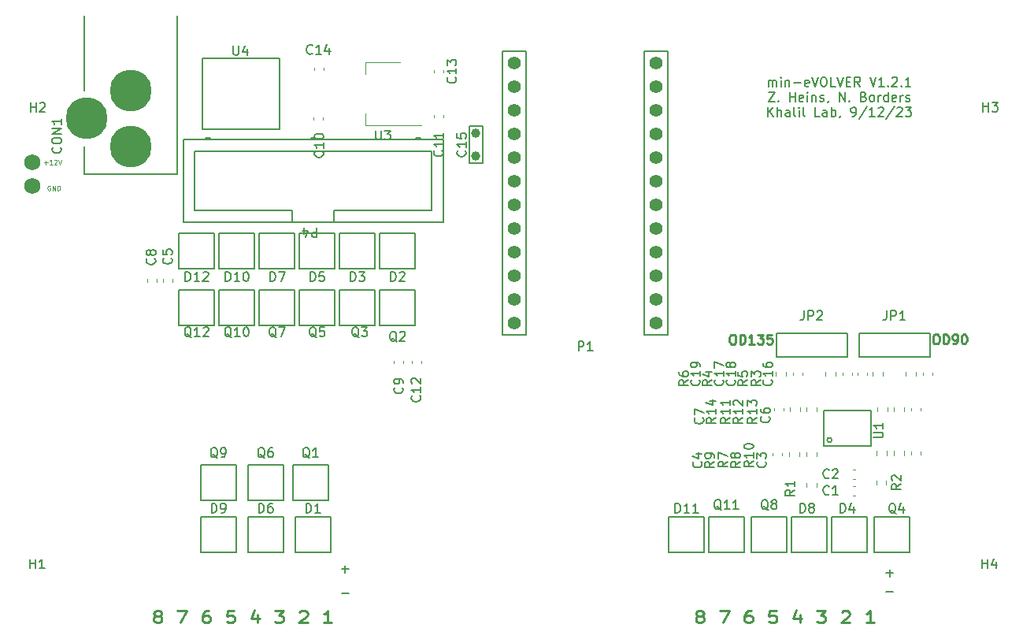
<source format=gbr>
%TF.GenerationSoftware,KiCad,Pcbnew,(6.0.10)*%
%TF.CreationDate,2023-09-13T10:46:53-04:00*%
%TF.ProjectId,min-evolver,6d696e2d-6576-46f6-9c76-65722e6b6963,rev?*%
%TF.SameCoordinates,Original*%
%TF.FileFunction,Legend,Top*%
%TF.FilePolarity,Positive*%
%FSLAX46Y46*%
G04 Gerber Fmt 4.6, Leading zero omitted, Abs format (unit mm)*
G04 Created by KiCad (PCBNEW (6.0.10)) date 2023-09-13 10:46:53*
%MOMM*%
%LPD*%
G01*
G04 APERTURE LIST*
%ADD10C,0.254000*%
%ADD11C,0.063500*%
%ADD12C,0.150000*%
%ADD13C,0.177800*%
%ADD14C,0.120000*%
%ADD15C,4.500000*%
%ADD16C,1.000000*%
%ADD17C,1.397000*%
%ADD18C,1.750000*%
G04 APERTURE END LIST*
D10*
X178690209Y-80114019D02*
X178883733Y-80114019D01*
X178980495Y-80162400D01*
X179077257Y-80259161D01*
X179125638Y-80452685D01*
X179125638Y-80791352D01*
X179077257Y-80984876D01*
X178980495Y-81081638D01*
X178883733Y-81130019D01*
X178690209Y-81130019D01*
X178593447Y-81081638D01*
X178496685Y-80984876D01*
X178448304Y-80791352D01*
X178448304Y-80452685D01*
X178496685Y-80259161D01*
X178593447Y-80162400D01*
X178690209Y-80114019D01*
X179561066Y-81130019D02*
X179561066Y-80114019D01*
X179802971Y-80114019D01*
X179948114Y-80162400D01*
X180044876Y-80259161D01*
X180093257Y-80355923D01*
X180141638Y-80549447D01*
X180141638Y-80694590D01*
X180093257Y-80888114D01*
X180044876Y-80984876D01*
X179948114Y-81081638D01*
X179802971Y-81130019D01*
X179561066Y-81130019D01*
X181109257Y-81130019D02*
X180528685Y-81130019D01*
X180818971Y-81130019D02*
X180818971Y-80114019D01*
X180722209Y-80259161D01*
X180625447Y-80355923D01*
X180528685Y-80404304D01*
X181447923Y-80114019D02*
X182076876Y-80114019D01*
X181738209Y-80501066D01*
X181883352Y-80501066D01*
X181980114Y-80549447D01*
X182028495Y-80597828D01*
X182076876Y-80694590D01*
X182076876Y-80936495D01*
X182028495Y-81033257D01*
X181980114Y-81081638D01*
X181883352Y-81130019D01*
X181593066Y-81130019D01*
X181496304Y-81081638D01*
X181447923Y-81033257D01*
X182996114Y-80114019D02*
X182512304Y-80114019D01*
X182463923Y-80597828D01*
X182512304Y-80549447D01*
X182609066Y-80501066D01*
X182850971Y-80501066D01*
X182947733Y-80549447D01*
X182996114Y-80597828D01*
X183044495Y-80694590D01*
X183044495Y-80936495D01*
X182996114Y-81033257D01*
X182947733Y-81081638D01*
X182850971Y-81130019D01*
X182609066Y-81130019D01*
X182512304Y-81081638D01*
X182463923Y-81033257D01*
D11*
X105403952Y-64135000D02*
X105355571Y-64110809D01*
X105283000Y-64110809D01*
X105210428Y-64135000D01*
X105162047Y-64183380D01*
X105137857Y-64231761D01*
X105113666Y-64328523D01*
X105113666Y-64401095D01*
X105137857Y-64497857D01*
X105162047Y-64546238D01*
X105210428Y-64594619D01*
X105283000Y-64618809D01*
X105331380Y-64618809D01*
X105403952Y-64594619D01*
X105428142Y-64570428D01*
X105428142Y-64401095D01*
X105331380Y-64401095D01*
X105645857Y-64618809D02*
X105645857Y-64110809D01*
X105936142Y-64618809D01*
X105936142Y-64110809D01*
X106178047Y-64618809D02*
X106178047Y-64110809D01*
X106299000Y-64110809D01*
X106371571Y-64135000D01*
X106419952Y-64183380D01*
X106444142Y-64231761D01*
X106468333Y-64328523D01*
X106468333Y-64401095D01*
X106444142Y-64497857D01*
X106419952Y-64546238D01*
X106371571Y-64594619D01*
X106299000Y-64618809D01*
X106178047Y-64618809D01*
X104768952Y-61631285D02*
X105156000Y-61631285D01*
X104962476Y-61824809D02*
X104962476Y-61437761D01*
X105664000Y-61824809D02*
X105373714Y-61824809D01*
X105518857Y-61824809D02*
X105518857Y-61316809D01*
X105470476Y-61389380D01*
X105422095Y-61437761D01*
X105373714Y-61461952D01*
X105857523Y-61365190D02*
X105881714Y-61341000D01*
X105930095Y-61316809D01*
X106051047Y-61316809D01*
X106099428Y-61341000D01*
X106123619Y-61365190D01*
X106147809Y-61413571D01*
X106147809Y-61461952D01*
X106123619Y-61534523D01*
X105833333Y-61824809D01*
X106147809Y-61824809D01*
X106292952Y-61316809D02*
X106462285Y-61824809D01*
X106631619Y-61316809D01*
D10*
X200560819Y-80088619D02*
X200754342Y-80088619D01*
X200851104Y-80137000D01*
X200947866Y-80233761D01*
X200996247Y-80427285D01*
X200996247Y-80765952D01*
X200947866Y-80959476D01*
X200851104Y-81056238D01*
X200754342Y-81104619D01*
X200560819Y-81104619D01*
X200464057Y-81056238D01*
X200367295Y-80959476D01*
X200318914Y-80765952D01*
X200318914Y-80427285D01*
X200367295Y-80233761D01*
X200464057Y-80137000D01*
X200560819Y-80088619D01*
X201431676Y-81104619D02*
X201431676Y-80088619D01*
X201673580Y-80088619D01*
X201818723Y-80137000D01*
X201915485Y-80233761D01*
X201963866Y-80330523D01*
X202012247Y-80524047D01*
X202012247Y-80669190D01*
X201963866Y-80862714D01*
X201915485Y-80959476D01*
X201818723Y-81056238D01*
X201673580Y-81104619D01*
X201431676Y-81104619D01*
X202496057Y-81104619D02*
X202689580Y-81104619D01*
X202786342Y-81056238D01*
X202834723Y-81007857D01*
X202931485Y-80862714D01*
X202979866Y-80669190D01*
X202979866Y-80282142D01*
X202931485Y-80185380D01*
X202883104Y-80137000D01*
X202786342Y-80088619D01*
X202592819Y-80088619D01*
X202496057Y-80137000D01*
X202447676Y-80185380D01*
X202399295Y-80282142D01*
X202399295Y-80524047D01*
X202447676Y-80620809D01*
X202496057Y-80669190D01*
X202592819Y-80717571D01*
X202786342Y-80717571D01*
X202883104Y-80669190D01*
X202931485Y-80620809D01*
X202979866Y-80524047D01*
X203608819Y-80088619D02*
X203705580Y-80088619D01*
X203802342Y-80137000D01*
X203850723Y-80185380D01*
X203899104Y-80282142D01*
X203947485Y-80475666D01*
X203947485Y-80717571D01*
X203899104Y-80911095D01*
X203850723Y-81007857D01*
X203802342Y-81056238D01*
X203705580Y-81104619D01*
X203608819Y-81104619D01*
X203512057Y-81056238D01*
X203463676Y-81007857D01*
X203415295Y-80911095D01*
X203366914Y-80717571D01*
X203366914Y-80475666D01*
X203415295Y-80282142D01*
X203463676Y-80185380D01*
X203512057Y-80137000D01*
X203608819Y-80088619D01*
D12*
X195224447Y-107767428D02*
X195986352Y-107767428D01*
X137540952Y-107878571D02*
X136779047Y-107878571D01*
X182626952Y-53452380D02*
X182626952Y-52785714D01*
X182626952Y-52880952D02*
X182674571Y-52833333D01*
X182769809Y-52785714D01*
X182912666Y-52785714D01*
X183007904Y-52833333D01*
X183055523Y-52928571D01*
X183055523Y-53452380D01*
X183055523Y-52928571D02*
X183103142Y-52833333D01*
X183198380Y-52785714D01*
X183341238Y-52785714D01*
X183436476Y-52833333D01*
X183484095Y-52928571D01*
X183484095Y-53452380D01*
X183960285Y-53452380D02*
X183960285Y-52785714D01*
X183960285Y-52452380D02*
X183912666Y-52500000D01*
X183960285Y-52547619D01*
X184007904Y-52500000D01*
X183960285Y-52452380D01*
X183960285Y-52547619D01*
X184436476Y-52785714D02*
X184436476Y-53452380D01*
X184436476Y-52880952D02*
X184484095Y-52833333D01*
X184579333Y-52785714D01*
X184722190Y-52785714D01*
X184817428Y-52833333D01*
X184865047Y-52928571D01*
X184865047Y-53452380D01*
X185341238Y-53071428D02*
X186103142Y-53071428D01*
X186960285Y-53404761D02*
X186865047Y-53452380D01*
X186674571Y-53452380D01*
X186579333Y-53404761D01*
X186531714Y-53309523D01*
X186531714Y-52928571D01*
X186579333Y-52833333D01*
X186674571Y-52785714D01*
X186865047Y-52785714D01*
X186960285Y-52833333D01*
X187007904Y-52928571D01*
X187007904Y-53023809D01*
X186531714Y-53119047D01*
X187293619Y-52452380D02*
X187626952Y-53452380D01*
X187960285Y-52452380D01*
X188484095Y-52452380D02*
X188674571Y-52452380D01*
X188769809Y-52500000D01*
X188865047Y-52595238D01*
X188912666Y-52785714D01*
X188912666Y-53119047D01*
X188865047Y-53309523D01*
X188769809Y-53404761D01*
X188674571Y-53452380D01*
X188484095Y-53452380D01*
X188388857Y-53404761D01*
X188293619Y-53309523D01*
X188246000Y-53119047D01*
X188246000Y-52785714D01*
X188293619Y-52595238D01*
X188388857Y-52500000D01*
X188484095Y-52452380D01*
X189817428Y-53452380D02*
X189341238Y-53452380D01*
X189341238Y-52452380D01*
X190007904Y-52452380D02*
X190341238Y-53452380D01*
X190674571Y-52452380D01*
X191007904Y-52928571D02*
X191341238Y-52928571D01*
X191484095Y-53452380D02*
X191007904Y-53452380D01*
X191007904Y-52452380D01*
X191484095Y-52452380D01*
X192484095Y-53452380D02*
X192150761Y-52976190D01*
X191912666Y-53452380D02*
X191912666Y-52452380D01*
X192293619Y-52452380D01*
X192388857Y-52500000D01*
X192436476Y-52547619D01*
X192484095Y-52642857D01*
X192484095Y-52785714D01*
X192436476Y-52880952D01*
X192388857Y-52928571D01*
X192293619Y-52976190D01*
X191912666Y-52976190D01*
X193531714Y-52452380D02*
X193865047Y-53452380D01*
X194198380Y-52452380D01*
X195055523Y-53452380D02*
X194484095Y-53452380D01*
X194769809Y-53452380D02*
X194769809Y-52452380D01*
X194674571Y-52595238D01*
X194579333Y-52690476D01*
X194484095Y-52738095D01*
X195484095Y-53357142D02*
X195531714Y-53404761D01*
X195484095Y-53452380D01*
X195436476Y-53404761D01*
X195484095Y-53357142D01*
X195484095Y-53452380D01*
X195912666Y-52547619D02*
X195960285Y-52500000D01*
X196055523Y-52452380D01*
X196293619Y-52452380D01*
X196388857Y-52500000D01*
X196436476Y-52547619D01*
X196484095Y-52642857D01*
X196484095Y-52738095D01*
X196436476Y-52880952D01*
X195865047Y-53452380D01*
X196484095Y-53452380D01*
X196912666Y-53357142D02*
X196960285Y-53404761D01*
X196912666Y-53452380D01*
X196865047Y-53404761D01*
X196912666Y-53357142D01*
X196912666Y-53452380D01*
X197912666Y-53452380D02*
X197341238Y-53452380D01*
X197626952Y-53452380D02*
X197626952Y-52452380D01*
X197531714Y-52595238D01*
X197436476Y-52690476D01*
X197341238Y-52738095D01*
X182626952Y-54062380D02*
X183293619Y-54062380D01*
X182626952Y-55062380D01*
X183293619Y-55062380D01*
X183674571Y-54967142D02*
X183722190Y-55014761D01*
X183674571Y-55062380D01*
X183626952Y-55014761D01*
X183674571Y-54967142D01*
X183674571Y-55062380D01*
X184912666Y-55062380D02*
X184912666Y-54062380D01*
X184912666Y-54538571D02*
X185484095Y-54538571D01*
X185484095Y-55062380D02*
X185484095Y-54062380D01*
X186341238Y-55014761D02*
X186246000Y-55062380D01*
X186055523Y-55062380D01*
X185960285Y-55014761D01*
X185912666Y-54919523D01*
X185912666Y-54538571D01*
X185960285Y-54443333D01*
X186055523Y-54395714D01*
X186246000Y-54395714D01*
X186341238Y-54443333D01*
X186388857Y-54538571D01*
X186388857Y-54633809D01*
X185912666Y-54729047D01*
X186817428Y-55062380D02*
X186817428Y-54395714D01*
X186817428Y-54062380D02*
X186769809Y-54110000D01*
X186817428Y-54157619D01*
X186865047Y-54110000D01*
X186817428Y-54062380D01*
X186817428Y-54157619D01*
X187293619Y-54395714D02*
X187293619Y-55062380D01*
X187293619Y-54490952D02*
X187341238Y-54443333D01*
X187436476Y-54395714D01*
X187579333Y-54395714D01*
X187674571Y-54443333D01*
X187722190Y-54538571D01*
X187722190Y-55062380D01*
X188150761Y-55014761D02*
X188246000Y-55062380D01*
X188436476Y-55062380D01*
X188531714Y-55014761D01*
X188579333Y-54919523D01*
X188579333Y-54871904D01*
X188531714Y-54776666D01*
X188436476Y-54729047D01*
X188293619Y-54729047D01*
X188198380Y-54681428D01*
X188150761Y-54586190D01*
X188150761Y-54538571D01*
X188198380Y-54443333D01*
X188293619Y-54395714D01*
X188436476Y-54395714D01*
X188531714Y-54443333D01*
X189055523Y-55014761D02*
X189055523Y-55062380D01*
X189007904Y-55157619D01*
X188960285Y-55205238D01*
X190246000Y-55062380D02*
X190246000Y-54062380D01*
X190817428Y-55062380D01*
X190817428Y-54062380D01*
X191293619Y-54967142D02*
X191341238Y-55014761D01*
X191293619Y-55062380D01*
X191246000Y-55014761D01*
X191293619Y-54967142D01*
X191293619Y-55062380D01*
X192865047Y-54538571D02*
X193007904Y-54586190D01*
X193055523Y-54633809D01*
X193103142Y-54729047D01*
X193103142Y-54871904D01*
X193055523Y-54967142D01*
X193007904Y-55014761D01*
X192912666Y-55062380D01*
X192531714Y-55062380D01*
X192531714Y-54062380D01*
X192865047Y-54062380D01*
X192960285Y-54110000D01*
X193007904Y-54157619D01*
X193055523Y-54252857D01*
X193055523Y-54348095D01*
X193007904Y-54443333D01*
X192960285Y-54490952D01*
X192865047Y-54538571D01*
X192531714Y-54538571D01*
X193674571Y-55062380D02*
X193579333Y-55014761D01*
X193531714Y-54967142D01*
X193484095Y-54871904D01*
X193484095Y-54586190D01*
X193531714Y-54490952D01*
X193579333Y-54443333D01*
X193674571Y-54395714D01*
X193817428Y-54395714D01*
X193912666Y-54443333D01*
X193960285Y-54490952D01*
X194007904Y-54586190D01*
X194007904Y-54871904D01*
X193960285Y-54967142D01*
X193912666Y-55014761D01*
X193817428Y-55062380D01*
X193674571Y-55062380D01*
X194436476Y-55062380D02*
X194436476Y-54395714D01*
X194436476Y-54586190D02*
X194484095Y-54490952D01*
X194531714Y-54443333D01*
X194626952Y-54395714D01*
X194722190Y-54395714D01*
X195484095Y-55062380D02*
X195484095Y-54062380D01*
X195484095Y-55014761D02*
X195388857Y-55062380D01*
X195198380Y-55062380D01*
X195103142Y-55014761D01*
X195055523Y-54967142D01*
X195007904Y-54871904D01*
X195007904Y-54586190D01*
X195055523Y-54490952D01*
X195103142Y-54443333D01*
X195198380Y-54395714D01*
X195388857Y-54395714D01*
X195484095Y-54443333D01*
X196341238Y-55014761D02*
X196246000Y-55062380D01*
X196055523Y-55062380D01*
X195960285Y-55014761D01*
X195912666Y-54919523D01*
X195912666Y-54538571D01*
X195960285Y-54443333D01*
X196055523Y-54395714D01*
X196246000Y-54395714D01*
X196341238Y-54443333D01*
X196388857Y-54538571D01*
X196388857Y-54633809D01*
X195912666Y-54729047D01*
X196817428Y-55062380D02*
X196817428Y-54395714D01*
X196817428Y-54586190D02*
X196865047Y-54490952D01*
X196912666Y-54443333D01*
X197007904Y-54395714D01*
X197103142Y-54395714D01*
X197388857Y-55014761D02*
X197484095Y-55062380D01*
X197674571Y-55062380D01*
X197769809Y-55014761D01*
X197817428Y-54919523D01*
X197817428Y-54871904D01*
X197769809Y-54776666D01*
X197674571Y-54729047D01*
X197531714Y-54729047D01*
X197436476Y-54681428D01*
X197388857Y-54586190D01*
X197388857Y-54538571D01*
X197436476Y-54443333D01*
X197531714Y-54395714D01*
X197674571Y-54395714D01*
X197769809Y-54443333D01*
X182579333Y-56672380D02*
X182579333Y-55672380D01*
X183150761Y-56672380D02*
X182722190Y-56100952D01*
X183150761Y-55672380D02*
X182579333Y-56243809D01*
X183579333Y-56672380D02*
X183579333Y-55672380D01*
X184007904Y-56672380D02*
X184007904Y-56148571D01*
X183960285Y-56053333D01*
X183865047Y-56005714D01*
X183722190Y-56005714D01*
X183626952Y-56053333D01*
X183579333Y-56100952D01*
X184912666Y-56672380D02*
X184912666Y-56148571D01*
X184865047Y-56053333D01*
X184769809Y-56005714D01*
X184579333Y-56005714D01*
X184484095Y-56053333D01*
X184912666Y-56624761D02*
X184817428Y-56672380D01*
X184579333Y-56672380D01*
X184484095Y-56624761D01*
X184436476Y-56529523D01*
X184436476Y-56434285D01*
X184484095Y-56339047D01*
X184579333Y-56291428D01*
X184817428Y-56291428D01*
X184912666Y-56243809D01*
X185531714Y-56672380D02*
X185436476Y-56624761D01*
X185388857Y-56529523D01*
X185388857Y-55672380D01*
X185912666Y-56672380D02*
X185912666Y-56005714D01*
X185912666Y-55672380D02*
X185865047Y-55720000D01*
X185912666Y-55767619D01*
X185960285Y-55720000D01*
X185912666Y-55672380D01*
X185912666Y-55767619D01*
X186531714Y-56672380D02*
X186436476Y-56624761D01*
X186388857Y-56529523D01*
X186388857Y-55672380D01*
X188150761Y-56672380D02*
X187674571Y-56672380D01*
X187674571Y-55672380D01*
X188912666Y-56672380D02*
X188912666Y-56148571D01*
X188865047Y-56053333D01*
X188769809Y-56005714D01*
X188579333Y-56005714D01*
X188484095Y-56053333D01*
X188912666Y-56624761D02*
X188817428Y-56672380D01*
X188579333Y-56672380D01*
X188484095Y-56624761D01*
X188436476Y-56529523D01*
X188436476Y-56434285D01*
X188484095Y-56339047D01*
X188579333Y-56291428D01*
X188817428Y-56291428D01*
X188912666Y-56243809D01*
X189388857Y-56672380D02*
X189388857Y-55672380D01*
X189388857Y-56053333D02*
X189484095Y-56005714D01*
X189674571Y-56005714D01*
X189769809Y-56053333D01*
X189817428Y-56100952D01*
X189865047Y-56196190D01*
X189865047Y-56481904D01*
X189817428Y-56577142D01*
X189769809Y-56624761D01*
X189674571Y-56672380D01*
X189484095Y-56672380D01*
X189388857Y-56624761D01*
X190341238Y-56624761D02*
X190341238Y-56672380D01*
X190293619Y-56767619D01*
X190246000Y-56815238D01*
X191579333Y-56672380D02*
X191769809Y-56672380D01*
X191865047Y-56624761D01*
X191912666Y-56577142D01*
X192007904Y-56434285D01*
X192055523Y-56243809D01*
X192055523Y-55862857D01*
X192007904Y-55767619D01*
X191960285Y-55720000D01*
X191865047Y-55672380D01*
X191674571Y-55672380D01*
X191579333Y-55720000D01*
X191531714Y-55767619D01*
X191484095Y-55862857D01*
X191484095Y-56100952D01*
X191531714Y-56196190D01*
X191579333Y-56243809D01*
X191674571Y-56291428D01*
X191865047Y-56291428D01*
X191960285Y-56243809D01*
X192007904Y-56196190D01*
X192055523Y-56100952D01*
X193198380Y-55624761D02*
X192341238Y-56910476D01*
X194055523Y-56672380D02*
X193484095Y-56672380D01*
X193769809Y-56672380D02*
X193769809Y-55672380D01*
X193674571Y-55815238D01*
X193579333Y-55910476D01*
X193484095Y-55958095D01*
X194436476Y-55767619D02*
X194484095Y-55720000D01*
X194579333Y-55672380D01*
X194817428Y-55672380D01*
X194912666Y-55720000D01*
X194960285Y-55767619D01*
X195007904Y-55862857D01*
X195007904Y-55958095D01*
X194960285Y-56100952D01*
X194388857Y-56672380D01*
X195007904Y-56672380D01*
X196150761Y-55624761D02*
X195293619Y-56910476D01*
X196436476Y-55767619D02*
X196484095Y-55720000D01*
X196579333Y-55672380D01*
X196817428Y-55672380D01*
X196912666Y-55720000D01*
X196960285Y-55767619D01*
X197007904Y-55862857D01*
X197007904Y-55958095D01*
X196960285Y-56100952D01*
X196388857Y-56672380D01*
X197007904Y-56672380D01*
X197341238Y-55672380D02*
X197960285Y-55672380D01*
X197626952Y-56053333D01*
X197769809Y-56053333D01*
X197865047Y-56100952D01*
X197912666Y-56148571D01*
X197960285Y-56243809D01*
X197960285Y-56481904D01*
X197912666Y-56577142D01*
X197865047Y-56624761D01*
X197769809Y-56672380D01*
X197484095Y-56672380D01*
X197388857Y-56624761D01*
X197341238Y-56577142D01*
X137490152Y-105313171D02*
X136728247Y-105313171D01*
X137109200Y-104932219D02*
X137109200Y-105694123D01*
D10*
X116821857Y-110338809D02*
X116676714Y-110278333D01*
X116604142Y-110217857D01*
X116531571Y-110096904D01*
X116531571Y-110036428D01*
X116604142Y-109915476D01*
X116676714Y-109855000D01*
X116821857Y-109794523D01*
X117112142Y-109794523D01*
X117257285Y-109855000D01*
X117329857Y-109915476D01*
X117402428Y-110036428D01*
X117402428Y-110096904D01*
X117329857Y-110217857D01*
X117257285Y-110278333D01*
X117112142Y-110338809D01*
X116821857Y-110338809D01*
X116676714Y-110399285D01*
X116604142Y-110459761D01*
X116531571Y-110580714D01*
X116531571Y-110822619D01*
X116604142Y-110943571D01*
X116676714Y-111004047D01*
X116821857Y-111064523D01*
X117112142Y-111064523D01*
X117257285Y-111004047D01*
X117329857Y-110943571D01*
X117402428Y-110822619D01*
X117402428Y-110580714D01*
X117329857Y-110459761D01*
X117257285Y-110399285D01*
X117112142Y-110338809D01*
X119071571Y-109794523D02*
X120087571Y-109794523D01*
X119434428Y-111064523D01*
X122482428Y-109794523D02*
X122192142Y-109794523D01*
X122047000Y-109855000D01*
X121974428Y-109915476D01*
X121829285Y-110096904D01*
X121756714Y-110338809D01*
X121756714Y-110822619D01*
X121829285Y-110943571D01*
X121901857Y-111004047D01*
X122047000Y-111064523D01*
X122337285Y-111064523D01*
X122482428Y-111004047D01*
X122555000Y-110943571D01*
X122627571Y-110822619D01*
X122627571Y-110520238D01*
X122555000Y-110399285D01*
X122482428Y-110338809D01*
X122337285Y-110278333D01*
X122047000Y-110278333D01*
X121901857Y-110338809D01*
X121829285Y-110399285D01*
X121756714Y-110520238D01*
X125167571Y-109794523D02*
X124441857Y-109794523D01*
X124369285Y-110399285D01*
X124441857Y-110338809D01*
X124587000Y-110278333D01*
X124949857Y-110278333D01*
X125095000Y-110338809D01*
X125167571Y-110399285D01*
X125240142Y-110520238D01*
X125240142Y-110822619D01*
X125167571Y-110943571D01*
X125095000Y-111004047D01*
X124949857Y-111064523D01*
X124587000Y-111064523D01*
X124441857Y-111004047D01*
X124369285Y-110943571D01*
X127707571Y-110217857D02*
X127707571Y-111064523D01*
X127344714Y-109734047D02*
X126981857Y-110641190D01*
X127925285Y-110641190D01*
X129521857Y-109794523D02*
X130465285Y-109794523D01*
X129957285Y-110278333D01*
X130175000Y-110278333D01*
X130320142Y-110338809D01*
X130392714Y-110399285D01*
X130465285Y-110520238D01*
X130465285Y-110822619D01*
X130392714Y-110943571D01*
X130320142Y-111004047D01*
X130175000Y-111064523D01*
X129739571Y-111064523D01*
X129594428Y-111004047D01*
X129521857Y-110943571D01*
X132207000Y-109915476D02*
X132279571Y-109855000D01*
X132424714Y-109794523D01*
X132787571Y-109794523D01*
X132932714Y-109855000D01*
X133005285Y-109915476D01*
X133077857Y-110036428D01*
X133077857Y-110157380D01*
X133005285Y-110338809D01*
X132134428Y-111064523D01*
X133077857Y-111064523D01*
X135690428Y-111064523D02*
X134819571Y-111064523D01*
X135255000Y-111064523D02*
X135255000Y-109794523D01*
X135109857Y-109975952D01*
X134964714Y-110096904D01*
X134819571Y-110157380D01*
D12*
X195275247Y-105735428D02*
X196037152Y-105735428D01*
X195656200Y-106116380D02*
X195656200Y-105354476D01*
D10*
X175114857Y-110338809D02*
X174969714Y-110278333D01*
X174897142Y-110217857D01*
X174824571Y-110096904D01*
X174824571Y-110036428D01*
X174897142Y-109915476D01*
X174969714Y-109855000D01*
X175114857Y-109794523D01*
X175405142Y-109794523D01*
X175550285Y-109855000D01*
X175622857Y-109915476D01*
X175695428Y-110036428D01*
X175695428Y-110096904D01*
X175622857Y-110217857D01*
X175550285Y-110278333D01*
X175405142Y-110338809D01*
X175114857Y-110338809D01*
X174969714Y-110399285D01*
X174897142Y-110459761D01*
X174824571Y-110580714D01*
X174824571Y-110822619D01*
X174897142Y-110943571D01*
X174969714Y-111004047D01*
X175114857Y-111064523D01*
X175405142Y-111064523D01*
X175550285Y-111004047D01*
X175622857Y-110943571D01*
X175695428Y-110822619D01*
X175695428Y-110580714D01*
X175622857Y-110459761D01*
X175550285Y-110399285D01*
X175405142Y-110338809D01*
X177364571Y-109794523D02*
X178380571Y-109794523D01*
X177727428Y-111064523D01*
X180775428Y-109794523D02*
X180485142Y-109794523D01*
X180340000Y-109855000D01*
X180267428Y-109915476D01*
X180122285Y-110096904D01*
X180049714Y-110338809D01*
X180049714Y-110822619D01*
X180122285Y-110943571D01*
X180194857Y-111004047D01*
X180340000Y-111064523D01*
X180630285Y-111064523D01*
X180775428Y-111004047D01*
X180848000Y-110943571D01*
X180920571Y-110822619D01*
X180920571Y-110520238D01*
X180848000Y-110399285D01*
X180775428Y-110338809D01*
X180630285Y-110278333D01*
X180340000Y-110278333D01*
X180194857Y-110338809D01*
X180122285Y-110399285D01*
X180049714Y-110520238D01*
X183460571Y-109794523D02*
X182734857Y-109794523D01*
X182662285Y-110399285D01*
X182734857Y-110338809D01*
X182880000Y-110278333D01*
X183242857Y-110278333D01*
X183388000Y-110338809D01*
X183460571Y-110399285D01*
X183533142Y-110520238D01*
X183533142Y-110822619D01*
X183460571Y-110943571D01*
X183388000Y-111004047D01*
X183242857Y-111064523D01*
X182880000Y-111064523D01*
X182734857Y-111004047D01*
X182662285Y-110943571D01*
X186000571Y-110217857D02*
X186000571Y-111064523D01*
X185637714Y-109734047D02*
X185274857Y-110641190D01*
X186218285Y-110641190D01*
X187814857Y-109794523D02*
X188758285Y-109794523D01*
X188250285Y-110278333D01*
X188468000Y-110278333D01*
X188613142Y-110338809D01*
X188685714Y-110399285D01*
X188758285Y-110520238D01*
X188758285Y-110822619D01*
X188685714Y-110943571D01*
X188613142Y-111004047D01*
X188468000Y-111064523D01*
X188032571Y-111064523D01*
X187887428Y-111004047D01*
X187814857Y-110943571D01*
X190499999Y-109915476D02*
X190572571Y-109855000D01*
X190717714Y-109794523D01*
X191080571Y-109794523D01*
X191225714Y-109855000D01*
X191298285Y-109915476D01*
X191370857Y-110036428D01*
X191370857Y-110157380D01*
X191298285Y-110338809D01*
X190427428Y-111064523D01*
X191370857Y-111064523D01*
X193983428Y-111064523D02*
X193112571Y-111064523D01*
X193548000Y-111064523D02*
X193548000Y-109794523D01*
X193402857Y-109975952D01*
X193257714Y-110096904D01*
X193112571Y-110157380D01*
D12*
%TO.C,D10*%
X124261714Y-74374380D02*
X124261714Y-73374380D01*
X124499809Y-73374380D01*
X124642666Y-73422000D01*
X124737904Y-73517238D01*
X124785523Y-73612476D01*
X124833142Y-73802952D01*
X124833142Y-73945809D01*
X124785523Y-74136285D01*
X124737904Y-74231523D01*
X124642666Y-74326761D01*
X124499809Y-74374380D01*
X124261714Y-74374380D01*
X125785523Y-74374380D02*
X125214095Y-74374380D01*
X125499809Y-74374380D02*
X125499809Y-73374380D01*
X125404571Y-73517238D01*
X125309333Y-73612476D01*
X125214095Y-73660095D01*
X126404571Y-73374380D02*
X126499809Y-73374380D01*
X126595047Y-73422000D01*
X126642666Y-73469619D01*
X126690285Y-73564857D01*
X126737904Y-73755333D01*
X126737904Y-73993428D01*
X126690285Y-74183904D01*
X126642666Y-74279142D01*
X126595047Y-74326761D01*
X126499809Y-74374380D01*
X126404571Y-74374380D01*
X126309333Y-74326761D01*
X126261714Y-74279142D01*
X126214095Y-74183904D01*
X126166476Y-73993428D01*
X126166476Y-73755333D01*
X126214095Y-73564857D01*
X126261714Y-73469619D01*
X126309333Y-73422000D01*
X126404571Y-73374380D01*
%TO.C,D9*%
X122756704Y-99258380D02*
X122756704Y-98258380D01*
X122994800Y-98258380D01*
X123137657Y-98306000D01*
X123232895Y-98401238D01*
X123280514Y-98496476D01*
X123328133Y-98686952D01*
X123328133Y-98829809D01*
X123280514Y-99020285D01*
X123232895Y-99115523D01*
X123137657Y-99210761D01*
X122994800Y-99258380D01*
X122756704Y-99258380D01*
X123804323Y-99258380D02*
X123994800Y-99258380D01*
X124090038Y-99210761D01*
X124137657Y-99163142D01*
X124232895Y-99020285D01*
X124280514Y-98829809D01*
X124280514Y-98448857D01*
X124232895Y-98353619D01*
X124185276Y-98306000D01*
X124090038Y-98258380D01*
X123899561Y-98258380D01*
X123804323Y-98306000D01*
X123756704Y-98353619D01*
X123709085Y-98448857D01*
X123709085Y-98686952D01*
X123756704Y-98782190D01*
X123804323Y-98829809D01*
X123899561Y-98877428D01*
X124090038Y-98877428D01*
X124185276Y-98829809D01*
X124232895Y-98782190D01*
X124280514Y-98686952D01*
%TO.C,D8*%
X186028104Y-99258380D02*
X186028104Y-98258380D01*
X186266200Y-98258380D01*
X186409057Y-98306000D01*
X186504295Y-98401238D01*
X186551914Y-98496476D01*
X186599533Y-98686952D01*
X186599533Y-98829809D01*
X186551914Y-99020285D01*
X186504295Y-99115523D01*
X186409057Y-99210761D01*
X186266200Y-99258380D01*
X186028104Y-99258380D01*
X187170961Y-98686952D02*
X187075723Y-98639333D01*
X187028104Y-98591714D01*
X186980485Y-98496476D01*
X186980485Y-98448857D01*
X187028104Y-98353619D01*
X187075723Y-98306000D01*
X187170961Y-98258380D01*
X187361438Y-98258380D01*
X187456676Y-98306000D01*
X187504295Y-98353619D01*
X187551914Y-98448857D01*
X187551914Y-98496476D01*
X187504295Y-98591714D01*
X187456676Y-98639333D01*
X187361438Y-98686952D01*
X187170961Y-98686952D01*
X187075723Y-98734571D01*
X187028104Y-98782190D01*
X186980485Y-98877428D01*
X186980485Y-99067904D01*
X187028104Y-99163142D01*
X187075723Y-99210761D01*
X187170961Y-99258380D01*
X187361438Y-99258380D01*
X187456676Y-99210761D01*
X187504295Y-99163142D01*
X187551914Y-99067904D01*
X187551914Y-98877428D01*
X187504295Y-98782190D01*
X187456676Y-98734571D01*
X187361438Y-98686952D01*
%TO.C,D7*%
X129055904Y-74374380D02*
X129055904Y-73374380D01*
X129294000Y-73374380D01*
X129436857Y-73422000D01*
X129532095Y-73517238D01*
X129579714Y-73612476D01*
X129627333Y-73802952D01*
X129627333Y-73945809D01*
X129579714Y-74136285D01*
X129532095Y-74231523D01*
X129436857Y-74326761D01*
X129294000Y-74374380D01*
X129055904Y-74374380D01*
X129960666Y-73374380D02*
X130627333Y-73374380D01*
X130198761Y-74374380D01*
%TO.C,D6*%
X127836704Y-99258380D02*
X127836704Y-98258380D01*
X128074800Y-98258380D01*
X128217657Y-98306000D01*
X128312895Y-98401238D01*
X128360514Y-98496476D01*
X128408133Y-98686952D01*
X128408133Y-98829809D01*
X128360514Y-99020285D01*
X128312895Y-99115523D01*
X128217657Y-99210761D01*
X128074800Y-99258380D01*
X127836704Y-99258380D01*
X129265276Y-98258380D02*
X129074800Y-98258380D01*
X128979561Y-98306000D01*
X128931942Y-98353619D01*
X128836704Y-98496476D01*
X128789085Y-98686952D01*
X128789085Y-99067904D01*
X128836704Y-99163142D01*
X128884323Y-99210761D01*
X128979561Y-99258380D01*
X129170038Y-99258380D01*
X129265276Y-99210761D01*
X129312895Y-99163142D01*
X129360514Y-99067904D01*
X129360514Y-98829809D01*
X129312895Y-98734571D01*
X129265276Y-98686952D01*
X129170038Y-98639333D01*
X128979561Y-98639333D01*
X128884323Y-98686952D01*
X128836704Y-98734571D01*
X128789085Y-98829809D01*
%TO.C,D4*%
X190346104Y-99258380D02*
X190346104Y-98258380D01*
X190584200Y-98258380D01*
X190727057Y-98306000D01*
X190822295Y-98401238D01*
X190869914Y-98496476D01*
X190917533Y-98686952D01*
X190917533Y-98829809D01*
X190869914Y-99020285D01*
X190822295Y-99115523D01*
X190727057Y-99210761D01*
X190584200Y-99258380D01*
X190346104Y-99258380D01*
X191774676Y-98591714D02*
X191774676Y-99258380D01*
X191536580Y-98210761D02*
X191298485Y-98925047D01*
X191917533Y-98925047D01*
%TO.C,D3*%
X137691904Y-74374380D02*
X137691904Y-73374380D01*
X137930000Y-73374380D01*
X138072857Y-73422000D01*
X138168095Y-73517238D01*
X138215714Y-73612476D01*
X138263333Y-73802952D01*
X138263333Y-73945809D01*
X138215714Y-74136285D01*
X138168095Y-74231523D01*
X138072857Y-74326761D01*
X137930000Y-74374380D01*
X137691904Y-74374380D01*
X138596666Y-73374380D02*
X139215714Y-73374380D01*
X138882380Y-73755333D01*
X139025238Y-73755333D01*
X139120476Y-73802952D01*
X139168095Y-73850571D01*
X139215714Y-73945809D01*
X139215714Y-74183904D01*
X139168095Y-74279142D01*
X139120476Y-74326761D01*
X139025238Y-74374380D01*
X138739523Y-74374380D01*
X138644285Y-74326761D01*
X138596666Y-74279142D01*
%TO.C,D2*%
X142009904Y-74374380D02*
X142009904Y-73374380D01*
X142248000Y-73374380D01*
X142390857Y-73422000D01*
X142486095Y-73517238D01*
X142533714Y-73612476D01*
X142581333Y-73802952D01*
X142581333Y-73945809D01*
X142533714Y-74136285D01*
X142486095Y-74231523D01*
X142390857Y-74326761D01*
X142248000Y-74374380D01*
X142009904Y-74374380D01*
X142962285Y-73469619D02*
X143009904Y-73422000D01*
X143105142Y-73374380D01*
X143343238Y-73374380D01*
X143438476Y-73422000D01*
X143486095Y-73469619D01*
X143533714Y-73564857D01*
X143533714Y-73660095D01*
X143486095Y-73802952D01*
X142914666Y-74374380D01*
X143533714Y-74374380D01*
%TO.C,D1*%
X132916704Y-99258380D02*
X132916704Y-98258380D01*
X133154800Y-98258380D01*
X133297657Y-98306000D01*
X133392895Y-98401238D01*
X133440514Y-98496476D01*
X133488133Y-98686952D01*
X133488133Y-98829809D01*
X133440514Y-99020285D01*
X133392895Y-99115523D01*
X133297657Y-99210761D01*
X133154800Y-99258380D01*
X132916704Y-99258380D01*
X134440514Y-99258380D02*
X133869085Y-99258380D01*
X134154800Y-99258380D02*
X134154800Y-98258380D01*
X134059561Y-98401238D01*
X133964323Y-98496476D01*
X133869085Y-98544095D01*
%TO.C,CON1*%
X106503742Y-59989885D02*
X106551361Y-60037504D01*
X106598980Y-60180361D01*
X106598980Y-60275600D01*
X106551361Y-60418457D01*
X106456123Y-60513695D01*
X106360885Y-60561314D01*
X106170409Y-60608933D01*
X106027552Y-60608933D01*
X105837076Y-60561314D01*
X105741838Y-60513695D01*
X105646600Y-60418457D01*
X105598980Y-60275600D01*
X105598980Y-60180361D01*
X105646600Y-60037504D01*
X105694219Y-59989885D01*
X105598980Y-59370838D02*
X105598980Y-59180361D01*
X105646600Y-59085123D01*
X105741838Y-58989885D01*
X105932314Y-58942266D01*
X106265647Y-58942266D01*
X106456123Y-58989885D01*
X106551361Y-59085123D01*
X106598980Y-59180361D01*
X106598980Y-59370838D01*
X106551361Y-59466076D01*
X106456123Y-59561314D01*
X106265647Y-59608933D01*
X105932314Y-59608933D01*
X105741838Y-59561314D01*
X105646600Y-59466076D01*
X105598980Y-59370838D01*
X106598980Y-58513695D02*
X105598980Y-58513695D01*
X106598980Y-57942266D01*
X105598980Y-57942266D01*
X106598980Y-56942266D02*
X106598980Y-57513695D01*
X106598980Y-57227980D02*
X105598980Y-57227980D01*
X105741838Y-57323219D01*
X105837076Y-57418457D01*
X105884695Y-57513695D01*
%TO.C,C15*%
X150037942Y-60358257D02*
X150085561Y-60405876D01*
X150133180Y-60548733D01*
X150133180Y-60643971D01*
X150085561Y-60786828D01*
X149990323Y-60882066D01*
X149895085Y-60929685D01*
X149704609Y-60977304D01*
X149561752Y-60977304D01*
X149371276Y-60929685D01*
X149276038Y-60882066D01*
X149180800Y-60786828D01*
X149133180Y-60643971D01*
X149133180Y-60548733D01*
X149180800Y-60405876D01*
X149228419Y-60358257D01*
X150133180Y-59405876D02*
X150133180Y-59977304D01*
X150133180Y-59691590D02*
X149133180Y-59691590D01*
X149276038Y-59786828D01*
X149371276Y-59882066D01*
X149418895Y-59977304D01*
X149133180Y-58501114D02*
X149133180Y-58977304D01*
X149609371Y-59024923D01*
X149561752Y-58977304D01*
X149514133Y-58882066D01*
X149514133Y-58643971D01*
X149561752Y-58548733D01*
X149609371Y-58501114D01*
X149704609Y-58453495D01*
X149942704Y-58453495D01*
X150037942Y-58501114D01*
X150085561Y-58548733D01*
X150133180Y-58643971D01*
X150133180Y-58882066D01*
X150085561Y-58977304D01*
X150037942Y-59024923D01*
%TO.C,C14*%
X133596142Y-49887142D02*
X133548523Y-49934761D01*
X133405666Y-49982380D01*
X133310428Y-49982380D01*
X133167571Y-49934761D01*
X133072333Y-49839523D01*
X133024714Y-49744285D01*
X132977095Y-49553809D01*
X132977095Y-49410952D01*
X133024714Y-49220476D01*
X133072333Y-49125238D01*
X133167571Y-49030000D01*
X133310428Y-48982380D01*
X133405666Y-48982380D01*
X133548523Y-49030000D01*
X133596142Y-49077619D01*
X134548523Y-49982380D02*
X133977095Y-49982380D01*
X134262809Y-49982380D02*
X134262809Y-48982380D01*
X134167571Y-49125238D01*
X134072333Y-49220476D01*
X133977095Y-49268095D01*
X135405666Y-49315714D02*
X135405666Y-49982380D01*
X135167571Y-48934761D02*
X134929476Y-49649047D01*
X135548523Y-49649047D01*
%TO.C,C7*%
X175566342Y-89066666D02*
X175613961Y-89114285D01*
X175661580Y-89257142D01*
X175661580Y-89352380D01*
X175613961Y-89495238D01*
X175518723Y-89590476D01*
X175423485Y-89638095D01*
X175233009Y-89685714D01*
X175090152Y-89685714D01*
X174899676Y-89638095D01*
X174804438Y-89590476D01*
X174709200Y-89495238D01*
X174661580Y-89352380D01*
X174661580Y-89257142D01*
X174709200Y-89114285D01*
X174756819Y-89066666D01*
X174661580Y-88733333D02*
X174661580Y-88066666D01*
X175661580Y-88495238D01*
%TO.C,C6*%
X182678342Y-88939666D02*
X182725961Y-88987285D01*
X182773580Y-89130142D01*
X182773580Y-89225380D01*
X182725961Y-89368238D01*
X182630723Y-89463476D01*
X182535485Y-89511095D01*
X182345009Y-89558714D01*
X182202152Y-89558714D01*
X182011676Y-89511095D01*
X181916438Y-89463476D01*
X181821200Y-89368238D01*
X181773580Y-89225380D01*
X181773580Y-89130142D01*
X181821200Y-88987285D01*
X181868819Y-88939666D01*
X181773580Y-88082523D02*
X181773580Y-88273000D01*
X181821200Y-88368238D01*
X181868819Y-88415857D01*
X182011676Y-88511095D01*
X182202152Y-88558714D01*
X182583104Y-88558714D01*
X182678342Y-88511095D01*
X182725961Y-88463476D01*
X182773580Y-88368238D01*
X182773580Y-88177761D01*
X182725961Y-88082523D01*
X182678342Y-88034904D01*
X182583104Y-87987285D01*
X182345009Y-87987285D01*
X182249771Y-88034904D01*
X182202152Y-88082523D01*
X182154533Y-88177761D01*
X182154533Y-88368238D01*
X182202152Y-88463476D01*
X182249771Y-88511095D01*
X182345009Y-88558714D01*
%TO.C,C5*%
X118416342Y-71904266D02*
X118463961Y-71951885D01*
X118511580Y-72094742D01*
X118511580Y-72189980D01*
X118463961Y-72332838D01*
X118368723Y-72428076D01*
X118273485Y-72475695D01*
X118083009Y-72523314D01*
X117940152Y-72523314D01*
X117749676Y-72475695D01*
X117654438Y-72428076D01*
X117559200Y-72332838D01*
X117511580Y-72189980D01*
X117511580Y-72094742D01*
X117559200Y-71951885D01*
X117606819Y-71904266D01*
X117511580Y-70999504D02*
X117511580Y-71475695D01*
X117987771Y-71523314D01*
X117940152Y-71475695D01*
X117892533Y-71380457D01*
X117892533Y-71142361D01*
X117940152Y-71047123D01*
X117987771Y-70999504D01*
X118083009Y-70951885D01*
X118321104Y-70951885D01*
X118416342Y-70999504D01*
X118463961Y-71047123D01*
X118511580Y-71142361D01*
X118511580Y-71380457D01*
X118463961Y-71475695D01*
X118416342Y-71523314D01*
%TO.C,C3*%
X182297342Y-93765666D02*
X182344961Y-93813285D01*
X182392580Y-93956142D01*
X182392580Y-94051380D01*
X182344961Y-94194238D01*
X182249723Y-94289476D01*
X182154485Y-94337095D01*
X181964009Y-94384714D01*
X181821152Y-94384714D01*
X181630676Y-94337095D01*
X181535438Y-94289476D01*
X181440200Y-94194238D01*
X181392580Y-94051380D01*
X181392580Y-93956142D01*
X181440200Y-93813285D01*
X181487819Y-93765666D01*
X181392580Y-93432333D02*
X181392580Y-92813285D01*
X181773533Y-93146619D01*
X181773533Y-93003761D01*
X181821152Y-92908523D01*
X181868771Y-92860904D01*
X181964009Y-92813285D01*
X182202104Y-92813285D01*
X182297342Y-92860904D01*
X182344961Y-92908523D01*
X182392580Y-93003761D01*
X182392580Y-93289476D01*
X182344961Y-93384714D01*
X182297342Y-93432333D01*
%TO.C,C1*%
X189139533Y-97258142D02*
X189091914Y-97305761D01*
X188949057Y-97353380D01*
X188853819Y-97353380D01*
X188710961Y-97305761D01*
X188615723Y-97210523D01*
X188568104Y-97115285D01*
X188520485Y-96924809D01*
X188520485Y-96781952D01*
X188568104Y-96591476D01*
X188615723Y-96496238D01*
X188710961Y-96401000D01*
X188853819Y-96353380D01*
X188949057Y-96353380D01*
X189091914Y-96401000D01*
X189139533Y-96448619D01*
X190091914Y-97353380D02*
X189520485Y-97353380D01*
X189806200Y-97353380D02*
X189806200Y-96353380D01*
X189710961Y-96496238D01*
X189615723Y-96591476D01*
X189520485Y-96639095D01*
%TO.C,Q4*%
X196322961Y-99353619D02*
X196227723Y-99306000D01*
X196132485Y-99210761D01*
X195989628Y-99067904D01*
X195894390Y-99020285D01*
X195799152Y-99020285D01*
X195846771Y-99258380D02*
X195751533Y-99210761D01*
X195656295Y-99115523D01*
X195608676Y-98925047D01*
X195608676Y-98591714D01*
X195656295Y-98401238D01*
X195751533Y-98306000D01*
X195846771Y-98258380D01*
X196037247Y-98258380D01*
X196132485Y-98306000D01*
X196227723Y-98401238D01*
X196275342Y-98591714D01*
X196275342Y-98925047D01*
X196227723Y-99115523D01*
X196132485Y-99210761D01*
X196037247Y-99258380D01*
X195846771Y-99258380D01*
X197132485Y-98591714D02*
X197132485Y-99258380D01*
X196894390Y-98210761D02*
X196656295Y-98925047D01*
X197275342Y-98925047D01*
%TO.C,JP1*%
X195330866Y-77557380D02*
X195330866Y-78271666D01*
X195283247Y-78414523D01*
X195188009Y-78509761D01*
X195045152Y-78557380D01*
X194949914Y-78557380D01*
X195807057Y-78557380D02*
X195807057Y-77557380D01*
X196188009Y-77557380D01*
X196283247Y-77605000D01*
X196330866Y-77652619D01*
X196378485Y-77747857D01*
X196378485Y-77890714D01*
X196330866Y-77985952D01*
X196283247Y-78033571D01*
X196188009Y-78081190D01*
X195807057Y-78081190D01*
X197330866Y-78557380D02*
X196759438Y-78557380D01*
X197045152Y-78557380D02*
X197045152Y-77557380D01*
X196949914Y-77700238D01*
X196854676Y-77795476D01*
X196759438Y-77843095D01*
%TO.C,D12*%
X119943714Y-74374380D02*
X119943714Y-73374380D01*
X120181809Y-73374380D01*
X120324666Y-73422000D01*
X120419904Y-73517238D01*
X120467523Y-73612476D01*
X120515142Y-73802952D01*
X120515142Y-73945809D01*
X120467523Y-74136285D01*
X120419904Y-74231523D01*
X120324666Y-74326761D01*
X120181809Y-74374380D01*
X119943714Y-74374380D01*
X121467523Y-74374380D02*
X120896095Y-74374380D01*
X121181809Y-74374380D02*
X121181809Y-73374380D01*
X121086571Y-73517238D01*
X120991333Y-73612476D01*
X120896095Y-73660095D01*
X121848476Y-73469619D02*
X121896095Y-73422000D01*
X121991333Y-73374380D01*
X122229428Y-73374380D01*
X122324666Y-73422000D01*
X122372285Y-73469619D01*
X122419904Y-73564857D01*
X122419904Y-73660095D01*
X122372285Y-73802952D01*
X121800857Y-74374380D01*
X122419904Y-74374380D01*
%TO.C,Q3*%
X138588761Y-80413219D02*
X138493523Y-80365600D01*
X138398285Y-80270361D01*
X138255428Y-80127504D01*
X138160190Y-80079885D01*
X138064952Y-80079885D01*
X138112571Y-80317980D02*
X138017333Y-80270361D01*
X137922095Y-80175123D01*
X137874476Y-79984647D01*
X137874476Y-79651314D01*
X137922095Y-79460838D01*
X138017333Y-79365600D01*
X138112571Y-79317980D01*
X138303047Y-79317980D01*
X138398285Y-79365600D01*
X138493523Y-79460838D01*
X138541142Y-79651314D01*
X138541142Y-79984647D01*
X138493523Y-80175123D01*
X138398285Y-80270361D01*
X138303047Y-80317980D01*
X138112571Y-80317980D01*
X138874476Y-79317980D02*
X139493523Y-79317980D01*
X139160190Y-79698933D01*
X139303047Y-79698933D01*
X139398285Y-79746552D01*
X139445904Y-79794171D01*
X139493523Y-79889409D01*
X139493523Y-80127504D01*
X139445904Y-80222742D01*
X139398285Y-80270361D01*
X139303047Y-80317980D01*
X139017333Y-80317980D01*
X138922095Y-80270361D01*
X138874476Y-80222742D01*
%TO.C,Q2*%
X142652761Y-80889619D02*
X142557523Y-80842000D01*
X142462285Y-80746761D01*
X142319428Y-80603904D01*
X142224190Y-80556285D01*
X142128952Y-80556285D01*
X142176571Y-80794380D02*
X142081333Y-80746761D01*
X141986095Y-80651523D01*
X141938476Y-80461047D01*
X141938476Y-80127714D01*
X141986095Y-79937238D01*
X142081333Y-79842000D01*
X142176571Y-79794380D01*
X142367047Y-79794380D01*
X142462285Y-79842000D01*
X142557523Y-79937238D01*
X142605142Y-80127714D01*
X142605142Y-80461047D01*
X142557523Y-80651523D01*
X142462285Y-80746761D01*
X142367047Y-80794380D01*
X142176571Y-80794380D01*
X142986095Y-79889619D02*
X143033714Y-79842000D01*
X143128952Y-79794380D01*
X143367047Y-79794380D01*
X143462285Y-79842000D01*
X143509904Y-79889619D01*
X143557523Y-79984857D01*
X143557523Y-80080095D01*
X143509904Y-80222952D01*
X142938476Y-80794380D01*
X143557523Y-80794380D01*
%TO.C,Q1*%
X133305561Y-93384619D02*
X133210323Y-93337000D01*
X133115085Y-93241761D01*
X132972228Y-93098904D01*
X132876990Y-93051285D01*
X132781752Y-93051285D01*
X132829371Y-93289380D02*
X132734133Y-93241761D01*
X132638895Y-93146523D01*
X132591276Y-92956047D01*
X132591276Y-92622714D01*
X132638895Y-92432238D01*
X132734133Y-92337000D01*
X132829371Y-92289380D01*
X133019847Y-92289380D01*
X133115085Y-92337000D01*
X133210323Y-92432238D01*
X133257942Y-92622714D01*
X133257942Y-92956047D01*
X133210323Y-93146523D01*
X133115085Y-93241761D01*
X133019847Y-93289380D01*
X132829371Y-93289380D01*
X134210323Y-93289380D02*
X133638895Y-93289380D01*
X133924609Y-93289380D02*
X133924609Y-92289380D01*
X133829371Y-92432238D01*
X133734133Y-92527476D01*
X133638895Y-92575095D01*
%TO.C,D11*%
X172597914Y-99258380D02*
X172597914Y-98258380D01*
X172836009Y-98258380D01*
X172978866Y-98306000D01*
X173074104Y-98401238D01*
X173121723Y-98496476D01*
X173169342Y-98686952D01*
X173169342Y-98829809D01*
X173121723Y-99020285D01*
X173074104Y-99115523D01*
X172978866Y-99210761D01*
X172836009Y-99258380D01*
X172597914Y-99258380D01*
X174121723Y-99258380D02*
X173550295Y-99258380D01*
X173836009Y-99258380D02*
X173836009Y-98258380D01*
X173740771Y-98401238D01*
X173645533Y-98496476D01*
X173550295Y-98544095D01*
X175074104Y-99258380D02*
X174502676Y-99258380D01*
X174788390Y-99258380D02*
X174788390Y-98258380D01*
X174693152Y-98401238D01*
X174597914Y-98496476D01*
X174502676Y-98544095D01*
%TO.C,Q6*%
X128479561Y-93384619D02*
X128384323Y-93337000D01*
X128289085Y-93241761D01*
X128146228Y-93098904D01*
X128050990Y-93051285D01*
X127955752Y-93051285D01*
X128003371Y-93289380D02*
X127908133Y-93241761D01*
X127812895Y-93146523D01*
X127765276Y-92956047D01*
X127765276Y-92622714D01*
X127812895Y-92432238D01*
X127908133Y-92337000D01*
X128003371Y-92289380D01*
X128193847Y-92289380D01*
X128289085Y-92337000D01*
X128384323Y-92432238D01*
X128431942Y-92622714D01*
X128431942Y-92956047D01*
X128384323Y-93146523D01*
X128289085Y-93241761D01*
X128193847Y-93289380D01*
X128003371Y-93289380D01*
X129289085Y-92289380D02*
X129098609Y-92289380D01*
X129003371Y-92337000D01*
X128955752Y-92384619D01*
X128860514Y-92527476D01*
X128812895Y-92717952D01*
X128812895Y-93098904D01*
X128860514Y-93194142D01*
X128908133Y-93241761D01*
X129003371Y-93289380D01*
X129193847Y-93289380D01*
X129289085Y-93241761D01*
X129336704Y-93194142D01*
X129384323Y-93098904D01*
X129384323Y-92860809D01*
X129336704Y-92765571D01*
X129289085Y-92717952D01*
X129193847Y-92670333D01*
X129003371Y-92670333D01*
X128908133Y-92717952D01*
X128860514Y-92765571D01*
X128812895Y-92860809D01*
%TO.C,Q5*%
X134016761Y-80413219D02*
X133921523Y-80365600D01*
X133826285Y-80270361D01*
X133683428Y-80127504D01*
X133588190Y-80079885D01*
X133492952Y-80079885D01*
X133540571Y-80317980D02*
X133445333Y-80270361D01*
X133350095Y-80175123D01*
X133302476Y-79984647D01*
X133302476Y-79651314D01*
X133350095Y-79460838D01*
X133445333Y-79365600D01*
X133540571Y-79317980D01*
X133731047Y-79317980D01*
X133826285Y-79365600D01*
X133921523Y-79460838D01*
X133969142Y-79651314D01*
X133969142Y-79984647D01*
X133921523Y-80175123D01*
X133826285Y-80270361D01*
X133731047Y-80317980D01*
X133540571Y-80317980D01*
X134873904Y-79317980D02*
X134397714Y-79317980D01*
X134350095Y-79794171D01*
X134397714Y-79746552D01*
X134492952Y-79698933D01*
X134731047Y-79698933D01*
X134826285Y-79746552D01*
X134873904Y-79794171D01*
X134921523Y-79889409D01*
X134921523Y-80127504D01*
X134873904Y-80222742D01*
X134826285Y-80270361D01*
X134731047Y-80317980D01*
X134492952Y-80317980D01*
X134397714Y-80270361D01*
X134350095Y-80222742D01*
%TO.C,R13*%
X181376580Y-89034857D02*
X180900390Y-89368190D01*
X181376580Y-89606285D02*
X180376580Y-89606285D01*
X180376580Y-89225333D01*
X180424200Y-89130095D01*
X180471819Y-89082476D01*
X180567057Y-89034857D01*
X180709914Y-89034857D01*
X180805152Y-89082476D01*
X180852771Y-89130095D01*
X180900390Y-89225333D01*
X180900390Y-89606285D01*
X181376580Y-88082476D02*
X181376580Y-88653904D01*
X181376580Y-88368190D02*
X180376580Y-88368190D01*
X180519438Y-88463428D01*
X180614676Y-88558666D01*
X180662295Y-88653904D01*
X180376580Y-87749142D02*
X180376580Y-87130095D01*
X180757533Y-87463428D01*
X180757533Y-87320571D01*
X180805152Y-87225333D01*
X180852771Y-87177714D01*
X180948009Y-87130095D01*
X181186104Y-87130095D01*
X181281342Y-87177714D01*
X181328961Y-87225333D01*
X181376580Y-87320571D01*
X181376580Y-87606285D01*
X181328961Y-87701523D01*
X181281342Y-87749142D01*
%TO.C,R10*%
X180995580Y-93733857D02*
X180519390Y-94067190D01*
X180995580Y-94305285D02*
X179995580Y-94305285D01*
X179995580Y-93924333D01*
X180043200Y-93829095D01*
X180090819Y-93781476D01*
X180186057Y-93733857D01*
X180328914Y-93733857D01*
X180424152Y-93781476D01*
X180471771Y-93829095D01*
X180519390Y-93924333D01*
X180519390Y-94305285D01*
X180995580Y-92781476D02*
X180995580Y-93352904D01*
X180995580Y-93067190D02*
X179995580Y-93067190D01*
X180138438Y-93162428D01*
X180233676Y-93257666D01*
X180281295Y-93352904D01*
X179995580Y-92162428D02*
X179995580Y-92067190D01*
X180043200Y-91971952D01*
X180090819Y-91924333D01*
X180186057Y-91876714D01*
X180376533Y-91829095D01*
X180614628Y-91829095D01*
X180805104Y-91876714D01*
X180900342Y-91924333D01*
X180947961Y-91971952D01*
X180995580Y-92067190D01*
X180995580Y-92162428D01*
X180947961Y-92257666D01*
X180900342Y-92305285D01*
X180805104Y-92352904D01*
X180614628Y-92400523D01*
X180376533Y-92400523D01*
X180186057Y-92352904D01*
X180090819Y-92305285D01*
X180043200Y-92257666D01*
X179995580Y-92162428D01*
%TO.C,R9*%
X176804580Y-93791066D02*
X176328390Y-94124400D01*
X176804580Y-94362495D02*
X175804580Y-94362495D01*
X175804580Y-93981542D01*
X175852200Y-93886304D01*
X175899819Y-93838685D01*
X175995057Y-93791066D01*
X176137914Y-93791066D01*
X176233152Y-93838685D01*
X176280771Y-93886304D01*
X176328390Y-93981542D01*
X176328390Y-94362495D01*
X176804580Y-93314876D02*
X176804580Y-93124400D01*
X176756961Y-93029161D01*
X176709342Y-92981542D01*
X176566485Y-92886304D01*
X176376009Y-92838685D01*
X175995057Y-92838685D01*
X175899819Y-92886304D01*
X175852200Y-92933923D01*
X175804580Y-93029161D01*
X175804580Y-93219638D01*
X175852200Y-93314876D01*
X175899819Y-93362495D01*
X175995057Y-93410114D01*
X176233152Y-93410114D01*
X176328390Y-93362495D01*
X176376009Y-93314876D01*
X176423628Y-93219638D01*
X176423628Y-93029161D01*
X176376009Y-92933923D01*
X176328390Y-92886304D01*
X176233152Y-92838685D01*
%TO.C,R6*%
X174010580Y-85002666D02*
X173534390Y-85336000D01*
X174010580Y-85574095D02*
X173010580Y-85574095D01*
X173010580Y-85193142D01*
X173058200Y-85097904D01*
X173105819Y-85050285D01*
X173201057Y-85002666D01*
X173343914Y-85002666D01*
X173439152Y-85050285D01*
X173486771Y-85097904D01*
X173534390Y-85193142D01*
X173534390Y-85574095D01*
X173010580Y-84145523D02*
X173010580Y-84336000D01*
X173058200Y-84431238D01*
X173105819Y-84478857D01*
X173248676Y-84574095D01*
X173439152Y-84621714D01*
X173820104Y-84621714D01*
X173915342Y-84574095D01*
X173962961Y-84526476D01*
X174010580Y-84431238D01*
X174010580Y-84240761D01*
X173962961Y-84145523D01*
X173915342Y-84097904D01*
X173820104Y-84050285D01*
X173582009Y-84050285D01*
X173486771Y-84097904D01*
X173439152Y-84145523D01*
X173391533Y-84240761D01*
X173391533Y-84431238D01*
X173439152Y-84526476D01*
X173486771Y-84574095D01*
X173582009Y-84621714D01*
%TO.C,R5*%
X180360580Y-85002666D02*
X179884390Y-85336000D01*
X180360580Y-85574095D02*
X179360580Y-85574095D01*
X179360580Y-85193142D01*
X179408200Y-85097904D01*
X179455819Y-85050285D01*
X179551057Y-85002666D01*
X179693914Y-85002666D01*
X179789152Y-85050285D01*
X179836771Y-85097904D01*
X179884390Y-85193142D01*
X179884390Y-85574095D01*
X179360580Y-84097904D02*
X179360580Y-84574095D01*
X179836771Y-84621714D01*
X179789152Y-84574095D01*
X179741533Y-84478857D01*
X179741533Y-84240761D01*
X179789152Y-84145523D01*
X179836771Y-84097904D01*
X179932009Y-84050285D01*
X180170104Y-84050285D01*
X180265342Y-84097904D01*
X180312961Y-84145523D01*
X180360580Y-84240761D01*
X180360580Y-84478857D01*
X180312961Y-84574095D01*
X180265342Y-84621714D01*
%TO.C,R4*%
X176550580Y-85002666D02*
X176074390Y-85336000D01*
X176550580Y-85574095D02*
X175550580Y-85574095D01*
X175550580Y-85193142D01*
X175598200Y-85097904D01*
X175645819Y-85050285D01*
X175741057Y-85002666D01*
X175883914Y-85002666D01*
X175979152Y-85050285D01*
X176026771Y-85097904D01*
X176074390Y-85193142D01*
X176074390Y-85574095D01*
X175883914Y-84145523D02*
X176550580Y-84145523D01*
X175502961Y-84383619D02*
X176217247Y-84621714D01*
X176217247Y-84002666D01*
%TO.C,R2*%
X196870580Y-96178666D02*
X196394390Y-96512000D01*
X196870580Y-96750095D02*
X195870580Y-96750095D01*
X195870580Y-96369142D01*
X195918200Y-96273904D01*
X195965819Y-96226285D01*
X196061057Y-96178666D01*
X196203914Y-96178666D01*
X196299152Y-96226285D01*
X196346771Y-96273904D01*
X196394390Y-96369142D01*
X196394390Y-96750095D01*
X195965819Y-95797714D02*
X195918200Y-95750095D01*
X195870580Y-95654857D01*
X195870580Y-95416761D01*
X195918200Y-95321523D01*
X195965819Y-95273904D01*
X196061057Y-95226285D01*
X196156295Y-95226285D01*
X196299152Y-95273904D01*
X196870580Y-95845333D01*
X196870580Y-95226285D01*
%TO.C,R1*%
X185440580Y-96813666D02*
X184964390Y-97147000D01*
X185440580Y-97385095D02*
X184440580Y-97385095D01*
X184440580Y-97004142D01*
X184488200Y-96908904D01*
X184535819Y-96861285D01*
X184631057Y-96813666D01*
X184773914Y-96813666D01*
X184869152Y-96861285D01*
X184916771Y-96908904D01*
X184964390Y-97004142D01*
X184964390Y-97385095D01*
X185440580Y-95861285D02*
X185440580Y-96432714D01*
X185440580Y-96147000D02*
X184440580Y-96147000D01*
X184583438Y-96242238D01*
X184678676Y-96337476D01*
X184726295Y-96432714D01*
%TO.C,Q12*%
X120586571Y-80413219D02*
X120491333Y-80365600D01*
X120396095Y-80270361D01*
X120253238Y-80127504D01*
X120158000Y-80079885D01*
X120062761Y-80079885D01*
X120110380Y-80317980D02*
X120015142Y-80270361D01*
X119919904Y-80175123D01*
X119872285Y-79984647D01*
X119872285Y-79651314D01*
X119919904Y-79460838D01*
X120015142Y-79365600D01*
X120110380Y-79317980D01*
X120300857Y-79317980D01*
X120396095Y-79365600D01*
X120491333Y-79460838D01*
X120538952Y-79651314D01*
X120538952Y-79984647D01*
X120491333Y-80175123D01*
X120396095Y-80270361D01*
X120300857Y-80317980D01*
X120110380Y-80317980D01*
X121491333Y-80317980D02*
X120919904Y-80317980D01*
X121205619Y-80317980D02*
X121205619Y-79317980D01*
X121110380Y-79460838D01*
X121015142Y-79556076D01*
X120919904Y-79603695D01*
X121872285Y-79413219D02*
X121919904Y-79365600D01*
X122015142Y-79317980D01*
X122253238Y-79317980D01*
X122348476Y-79365600D01*
X122396095Y-79413219D01*
X122443714Y-79508457D01*
X122443714Y-79603695D01*
X122396095Y-79746552D01*
X121824666Y-80317980D01*
X122443714Y-80317980D01*
%TO.C,Q9*%
X123399561Y-93384619D02*
X123304323Y-93337000D01*
X123209085Y-93241761D01*
X123066228Y-93098904D01*
X122970990Y-93051285D01*
X122875752Y-93051285D01*
X122923371Y-93289380D02*
X122828133Y-93241761D01*
X122732895Y-93146523D01*
X122685276Y-92956047D01*
X122685276Y-92622714D01*
X122732895Y-92432238D01*
X122828133Y-92337000D01*
X122923371Y-92289380D01*
X123113847Y-92289380D01*
X123209085Y-92337000D01*
X123304323Y-92432238D01*
X123351942Y-92622714D01*
X123351942Y-92956047D01*
X123304323Y-93146523D01*
X123209085Y-93241761D01*
X123113847Y-93289380D01*
X122923371Y-93289380D01*
X123828133Y-93289380D02*
X124018609Y-93289380D01*
X124113847Y-93241761D01*
X124161466Y-93194142D01*
X124256704Y-93051285D01*
X124304323Y-92860809D01*
X124304323Y-92479857D01*
X124256704Y-92384619D01*
X124209085Y-92337000D01*
X124113847Y-92289380D01*
X123923371Y-92289380D01*
X123828133Y-92337000D01*
X123780514Y-92384619D01*
X123732895Y-92479857D01*
X123732895Y-92717952D01*
X123780514Y-92813190D01*
X123828133Y-92860809D01*
X123923371Y-92908428D01*
X124113847Y-92908428D01*
X124209085Y-92860809D01*
X124256704Y-92813190D01*
X124304323Y-92717952D01*
%TO.C,Q7*%
X129698761Y-80413219D02*
X129603523Y-80365600D01*
X129508285Y-80270361D01*
X129365428Y-80127504D01*
X129270190Y-80079885D01*
X129174952Y-80079885D01*
X129222571Y-80317980D02*
X129127333Y-80270361D01*
X129032095Y-80175123D01*
X128984476Y-79984647D01*
X128984476Y-79651314D01*
X129032095Y-79460838D01*
X129127333Y-79365600D01*
X129222571Y-79317980D01*
X129413047Y-79317980D01*
X129508285Y-79365600D01*
X129603523Y-79460838D01*
X129651142Y-79651314D01*
X129651142Y-79984647D01*
X129603523Y-80175123D01*
X129508285Y-80270361D01*
X129413047Y-80317980D01*
X129222571Y-80317980D01*
X129984476Y-79317980D02*
X130651142Y-79317980D01*
X130222571Y-80317980D01*
%TO.C,P4*%
X134088095Y-68635619D02*
X134088095Y-69635619D01*
X133707142Y-69635619D01*
X133611904Y-69588000D01*
X133564285Y-69540380D01*
X133516666Y-69445142D01*
X133516666Y-69302285D01*
X133564285Y-69207047D01*
X133611904Y-69159428D01*
X133707142Y-69111809D01*
X134088095Y-69111809D01*
X132659523Y-69302285D02*
X132659523Y-68635619D01*
X132897619Y-69683238D02*
X133135714Y-68968952D01*
X132516666Y-68968952D01*
%TO.C,H1*%
X103251095Y-105237380D02*
X103251095Y-104237380D01*
X103251095Y-104713571D02*
X103822523Y-104713571D01*
X103822523Y-105237380D02*
X103822523Y-104237380D01*
X104822523Y-105237380D02*
X104251095Y-105237380D01*
X104536809Y-105237380D02*
X104536809Y-104237380D01*
X104441571Y-104380238D01*
X104346333Y-104475476D01*
X104251095Y-104523095D01*
%TO.C,H2*%
X103301895Y-56179980D02*
X103301895Y-55179980D01*
X103301895Y-55656171D02*
X103873323Y-55656171D01*
X103873323Y-56179980D02*
X103873323Y-55179980D01*
X104301895Y-55275219D02*
X104349514Y-55227600D01*
X104444752Y-55179980D01*
X104682847Y-55179980D01*
X104778085Y-55227600D01*
X104825704Y-55275219D01*
X104873323Y-55370457D01*
X104873323Y-55465695D01*
X104825704Y-55608552D01*
X104254276Y-56179980D01*
X104873323Y-56179980D01*
%TO.C,H4*%
X205613095Y-105237380D02*
X205613095Y-104237380D01*
X205613095Y-104713571D02*
X206184523Y-104713571D01*
X206184523Y-105237380D02*
X206184523Y-104237380D01*
X207089285Y-104570714D02*
X207089285Y-105237380D01*
X206851190Y-104189761D02*
X206613095Y-104904047D01*
X207232142Y-104904047D01*
%TO.C,H3*%
X205714695Y-56154580D02*
X205714695Y-55154580D01*
X205714695Y-55630771D02*
X206286123Y-55630771D01*
X206286123Y-56154580D02*
X206286123Y-55154580D01*
X206667076Y-55154580D02*
X207286123Y-55154580D01*
X206952790Y-55535533D01*
X207095647Y-55535533D01*
X207190885Y-55583152D01*
X207238504Y-55630771D01*
X207286123Y-55726009D01*
X207286123Y-55964104D01*
X207238504Y-56059342D01*
X207190885Y-56106961D01*
X207095647Y-56154580D01*
X206809933Y-56154580D01*
X206714695Y-56106961D01*
X206667076Y-56059342D01*
%TO.C,U4*%
X125097095Y-49083980D02*
X125097095Y-49893504D01*
X125144714Y-49988742D01*
X125192333Y-50036361D01*
X125287571Y-50083980D01*
X125478047Y-50083980D01*
X125573285Y-50036361D01*
X125620904Y-49988742D01*
X125668523Y-49893504D01*
X125668523Y-49083980D01*
X126573285Y-49417314D02*
X126573285Y-50083980D01*
X126335190Y-49036361D02*
X126097095Y-49750647D01*
X126716142Y-49750647D01*
%TO.C,P1*%
X162202904Y-81859380D02*
X162202904Y-80859380D01*
X162583857Y-80859380D01*
X162679095Y-80907000D01*
X162726714Y-80954619D01*
X162774333Y-81049857D01*
X162774333Y-81192714D01*
X162726714Y-81287952D01*
X162679095Y-81335571D01*
X162583857Y-81383190D01*
X162202904Y-81383190D01*
X163726714Y-81859380D02*
X163155285Y-81859380D01*
X163441000Y-81859380D02*
X163441000Y-80859380D01*
X163345761Y-81002238D01*
X163250523Y-81097476D01*
X163155285Y-81145095D01*
%TO.C,U3*%
X140403695Y-58181380D02*
X140403695Y-58990904D01*
X140451314Y-59086142D01*
X140498933Y-59133761D01*
X140594171Y-59181380D01*
X140784647Y-59181380D01*
X140879885Y-59133761D01*
X140927504Y-59086142D01*
X140975123Y-58990904D01*
X140975123Y-58181380D01*
X141356076Y-58181380D02*
X141975123Y-58181380D01*
X141641790Y-58562333D01*
X141784647Y-58562333D01*
X141879885Y-58609952D01*
X141927504Y-58657571D01*
X141975123Y-58752809D01*
X141975123Y-58990904D01*
X141927504Y-59086142D01*
X141879885Y-59133761D01*
X141784647Y-59181380D01*
X141498933Y-59181380D01*
X141403695Y-59133761D01*
X141356076Y-59086142D01*
%TO.C,C13*%
X148980142Y-52458857D02*
X149027761Y-52506476D01*
X149075380Y-52649333D01*
X149075380Y-52744571D01*
X149027761Y-52887428D01*
X148932523Y-52982666D01*
X148837285Y-53030285D01*
X148646809Y-53077904D01*
X148503952Y-53077904D01*
X148313476Y-53030285D01*
X148218238Y-52982666D01*
X148123000Y-52887428D01*
X148075380Y-52744571D01*
X148075380Y-52649333D01*
X148123000Y-52506476D01*
X148170619Y-52458857D01*
X149075380Y-51506476D02*
X149075380Y-52077904D01*
X149075380Y-51792190D02*
X148075380Y-51792190D01*
X148218238Y-51887428D01*
X148313476Y-51982666D01*
X148361095Y-52077904D01*
X148075380Y-51173142D02*
X148075380Y-50554095D01*
X148456333Y-50887428D01*
X148456333Y-50744571D01*
X148503952Y-50649333D01*
X148551571Y-50601714D01*
X148646809Y-50554095D01*
X148884904Y-50554095D01*
X148980142Y-50601714D01*
X149027761Y-50649333D01*
X149075380Y-50744571D01*
X149075380Y-51030285D01*
X149027761Y-51125523D01*
X148980142Y-51173142D01*
%TO.C,C11*%
X147550142Y-60332857D02*
X147597761Y-60380476D01*
X147645380Y-60523333D01*
X147645380Y-60618571D01*
X147597761Y-60761428D01*
X147502523Y-60856666D01*
X147407285Y-60904285D01*
X147216809Y-60951904D01*
X147073952Y-60951904D01*
X146883476Y-60904285D01*
X146788238Y-60856666D01*
X146693000Y-60761428D01*
X146645380Y-60618571D01*
X146645380Y-60523333D01*
X146693000Y-60380476D01*
X146740619Y-60332857D01*
X147645380Y-59380476D02*
X147645380Y-59951904D01*
X147645380Y-59666190D02*
X146645380Y-59666190D01*
X146788238Y-59761428D01*
X146883476Y-59856666D01*
X146931095Y-59951904D01*
X147645380Y-58428095D02*
X147645380Y-58999523D01*
X147645380Y-58713809D02*
X146645380Y-58713809D01*
X146788238Y-58809047D01*
X146883476Y-58904285D01*
X146931095Y-58999523D01*
%TO.C,C10*%
X134697742Y-60434457D02*
X134745361Y-60482076D01*
X134792980Y-60624933D01*
X134792980Y-60720171D01*
X134745361Y-60863028D01*
X134650123Y-60958266D01*
X134554885Y-61005885D01*
X134364409Y-61053504D01*
X134221552Y-61053504D01*
X134031076Y-61005885D01*
X133935838Y-60958266D01*
X133840600Y-60863028D01*
X133792980Y-60720171D01*
X133792980Y-60624933D01*
X133840600Y-60482076D01*
X133888219Y-60434457D01*
X134792980Y-59482076D02*
X134792980Y-60053504D01*
X134792980Y-59767790D02*
X133792980Y-59767790D01*
X133935838Y-59863028D01*
X134031076Y-59958266D01*
X134078695Y-60053504D01*
X133792980Y-58863028D02*
X133792980Y-58767790D01*
X133840600Y-58672552D01*
X133888219Y-58624933D01*
X133983457Y-58577314D01*
X134173933Y-58529695D01*
X134412028Y-58529695D01*
X134602504Y-58577314D01*
X134697742Y-58624933D01*
X134745361Y-58672552D01*
X134792980Y-58767790D01*
X134792980Y-58863028D01*
X134745361Y-58958266D01*
X134697742Y-59005885D01*
X134602504Y-59053504D01*
X134412028Y-59101123D01*
X134173933Y-59101123D01*
X133983457Y-59053504D01*
X133888219Y-59005885D01*
X133840600Y-58958266D01*
X133792980Y-58863028D01*
%TO.C,R7*%
X178226980Y-93740266D02*
X177750790Y-94073600D01*
X178226980Y-94311695D02*
X177226980Y-94311695D01*
X177226980Y-93930742D01*
X177274600Y-93835504D01*
X177322219Y-93787885D01*
X177417457Y-93740266D01*
X177560314Y-93740266D01*
X177655552Y-93787885D01*
X177703171Y-93835504D01*
X177750790Y-93930742D01*
X177750790Y-94311695D01*
X177226980Y-93406933D02*
X177226980Y-92740266D01*
X178226980Y-93168838D01*
%TO.C,R3*%
X181757580Y-85002666D02*
X181281390Y-85336000D01*
X181757580Y-85574095D02*
X180757580Y-85574095D01*
X180757580Y-85193142D01*
X180805200Y-85097904D01*
X180852819Y-85050285D01*
X180948057Y-85002666D01*
X181090914Y-85002666D01*
X181186152Y-85050285D01*
X181233771Y-85097904D01*
X181281390Y-85193142D01*
X181281390Y-85574095D01*
X180757580Y-84669333D02*
X180757580Y-84050285D01*
X181138533Y-84383619D01*
X181138533Y-84240761D01*
X181186152Y-84145523D01*
X181233771Y-84097904D01*
X181329009Y-84050285D01*
X181567104Y-84050285D01*
X181662342Y-84097904D01*
X181709961Y-84145523D01*
X181757580Y-84240761D01*
X181757580Y-84526476D01*
X181709961Y-84621714D01*
X181662342Y-84669333D01*
%TO.C,C8*%
X116638342Y-71955066D02*
X116685961Y-72002685D01*
X116733580Y-72145542D01*
X116733580Y-72240780D01*
X116685961Y-72383638D01*
X116590723Y-72478876D01*
X116495485Y-72526495D01*
X116305009Y-72574114D01*
X116162152Y-72574114D01*
X115971676Y-72526495D01*
X115876438Y-72478876D01*
X115781200Y-72383638D01*
X115733580Y-72240780D01*
X115733580Y-72145542D01*
X115781200Y-72002685D01*
X115828819Y-71955066D01*
X116162152Y-71383638D02*
X116114533Y-71478876D01*
X116066914Y-71526495D01*
X115971676Y-71574114D01*
X115924057Y-71574114D01*
X115828819Y-71526495D01*
X115781200Y-71478876D01*
X115733580Y-71383638D01*
X115733580Y-71193161D01*
X115781200Y-71097923D01*
X115828819Y-71050304D01*
X115924057Y-71002685D01*
X115971676Y-71002685D01*
X116066914Y-71050304D01*
X116114533Y-71097923D01*
X116162152Y-71193161D01*
X116162152Y-71383638D01*
X116209771Y-71478876D01*
X116257390Y-71526495D01*
X116352628Y-71574114D01*
X116543104Y-71574114D01*
X116638342Y-71526495D01*
X116685961Y-71478876D01*
X116733580Y-71383638D01*
X116733580Y-71193161D01*
X116685961Y-71097923D01*
X116638342Y-71050304D01*
X116543104Y-71002685D01*
X116352628Y-71002685D01*
X116257390Y-71050304D01*
X116209771Y-71097923D01*
X116162152Y-71193161D01*
%TO.C,C2*%
X189139533Y-95480142D02*
X189091914Y-95527761D01*
X188949057Y-95575380D01*
X188853819Y-95575380D01*
X188710961Y-95527761D01*
X188615723Y-95432523D01*
X188568104Y-95337285D01*
X188520485Y-95146809D01*
X188520485Y-95003952D01*
X188568104Y-94813476D01*
X188615723Y-94718238D01*
X188710961Y-94623000D01*
X188853819Y-94575380D01*
X188949057Y-94575380D01*
X189091914Y-94623000D01*
X189139533Y-94670619D01*
X189520485Y-94670619D02*
X189568104Y-94623000D01*
X189663342Y-94575380D01*
X189901438Y-94575380D01*
X189996676Y-94623000D01*
X190044295Y-94670619D01*
X190091914Y-94765857D01*
X190091914Y-94861095D01*
X190044295Y-95003952D01*
X189472866Y-95575380D01*
X190091914Y-95575380D01*
%TO.C,C4*%
X175388542Y-93791066D02*
X175436161Y-93838685D01*
X175483780Y-93981542D01*
X175483780Y-94076780D01*
X175436161Y-94219638D01*
X175340923Y-94314876D01*
X175245685Y-94362495D01*
X175055209Y-94410114D01*
X174912352Y-94410114D01*
X174721876Y-94362495D01*
X174626638Y-94314876D01*
X174531400Y-94219638D01*
X174483780Y-94076780D01*
X174483780Y-93981542D01*
X174531400Y-93838685D01*
X174579019Y-93791066D01*
X174817114Y-92933923D02*
X175483780Y-92933923D01*
X174436161Y-93172019D02*
X175150447Y-93410114D01*
X175150447Y-92791066D01*
%TO.C,R14*%
X176931580Y-89034857D02*
X176455390Y-89368190D01*
X176931580Y-89606285D02*
X175931580Y-89606285D01*
X175931580Y-89225333D01*
X175979200Y-89130095D01*
X176026819Y-89082476D01*
X176122057Y-89034857D01*
X176264914Y-89034857D01*
X176360152Y-89082476D01*
X176407771Y-89130095D01*
X176455390Y-89225333D01*
X176455390Y-89606285D01*
X176931580Y-88082476D02*
X176931580Y-88653904D01*
X176931580Y-88368190D02*
X175931580Y-88368190D01*
X176074438Y-88463428D01*
X176169676Y-88558666D01*
X176217295Y-88653904D01*
X176264914Y-87225333D02*
X176931580Y-87225333D01*
X175883961Y-87463428D02*
X176598247Y-87701523D01*
X176598247Y-87082476D01*
%TO.C,R11*%
X178455580Y-89034857D02*
X177979390Y-89368190D01*
X178455580Y-89606285D02*
X177455580Y-89606285D01*
X177455580Y-89225333D01*
X177503200Y-89130095D01*
X177550819Y-89082476D01*
X177646057Y-89034857D01*
X177788914Y-89034857D01*
X177884152Y-89082476D01*
X177931771Y-89130095D01*
X177979390Y-89225333D01*
X177979390Y-89606285D01*
X178455580Y-88082476D02*
X178455580Y-88653904D01*
X178455580Y-88368190D02*
X177455580Y-88368190D01*
X177598438Y-88463428D01*
X177693676Y-88558666D01*
X177741295Y-88653904D01*
X178455580Y-87130095D02*
X178455580Y-87701523D01*
X178455580Y-87415809D02*
X177455580Y-87415809D01*
X177598438Y-87511047D01*
X177693676Y-87606285D01*
X177741295Y-87701523D01*
%TO.C,R12*%
X179852580Y-89034857D02*
X179376390Y-89368190D01*
X179852580Y-89606285D02*
X178852580Y-89606285D01*
X178852580Y-89225333D01*
X178900200Y-89130095D01*
X178947819Y-89082476D01*
X179043057Y-89034857D01*
X179185914Y-89034857D01*
X179281152Y-89082476D01*
X179328771Y-89130095D01*
X179376390Y-89225333D01*
X179376390Y-89606285D01*
X179852580Y-88082476D02*
X179852580Y-88653904D01*
X179852580Y-88368190D02*
X178852580Y-88368190D01*
X178995438Y-88463428D01*
X179090676Y-88558666D01*
X179138295Y-88653904D01*
X178947819Y-87701523D02*
X178900200Y-87653904D01*
X178852580Y-87558666D01*
X178852580Y-87320571D01*
X178900200Y-87225333D01*
X178947819Y-87177714D01*
X179043057Y-87130095D01*
X179138295Y-87130095D01*
X179281152Y-87177714D01*
X179852580Y-87749142D01*
X179852580Y-87130095D01*
%TO.C,C16*%
X182932342Y-84970857D02*
X182979961Y-85018476D01*
X183027580Y-85161333D01*
X183027580Y-85256571D01*
X182979961Y-85399428D01*
X182884723Y-85494666D01*
X182789485Y-85542285D01*
X182599009Y-85589904D01*
X182456152Y-85589904D01*
X182265676Y-85542285D01*
X182170438Y-85494666D01*
X182075200Y-85399428D01*
X182027580Y-85256571D01*
X182027580Y-85161333D01*
X182075200Y-85018476D01*
X182122819Y-84970857D01*
X183027580Y-84018476D02*
X183027580Y-84589904D01*
X183027580Y-84304190D02*
X182027580Y-84304190D01*
X182170438Y-84399428D01*
X182265676Y-84494666D01*
X182313295Y-84589904D01*
X182027580Y-83161333D02*
X182027580Y-83351809D01*
X182075200Y-83447047D01*
X182122819Y-83494666D01*
X182265676Y-83589904D01*
X182456152Y-83637523D01*
X182837104Y-83637523D01*
X182932342Y-83589904D01*
X182979961Y-83542285D01*
X183027580Y-83447047D01*
X183027580Y-83256571D01*
X182979961Y-83161333D01*
X182932342Y-83113714D01*
X182837104Y-83066095D01*
X182599009Y-83066095D01*
X182503771Y-83113714D01*
X182456152Y-83161333D01*
X182408533Y-83256571D01*
X182408533Y-83447047D01*
X182456152Y-83542285D01*
X182503771Y-83589904D01*
X182599009Y-83637523D01*
%TO.C,C18*%
X178995342Y-84970857D02*
X179042961Y-85018476D01*
X179090580Y-85161333D01*
X179090580Y-85256571D01*
X179042961Y-85399428D01*
X178947723Y-85494666D01*
X178852485Y-85542285D01*
X178662009Y-85589904D01*
X178519152Y-85589904D01*
X178328676Y-85542285D01*
X178233438Y-85494666D01*
X178138200Y-85399428D01*
X178090580Y-85256571D01*
X178090580Y-85161333D01*
X178138200Y-85018476D01*
X178185819Y-84970857D01*
X179090580Y-84018476D02*
X179090580Y-84589904D01*
X179090580Y-84304190D02*
X178090580Y-84304190D01*
X178233438Y-84399428D01*
X178328676Y-84494666D01*
X178376295Y-84589904D01*
X178519152Y-83447047D02*
X178471533Y-83542285D01*
X178423914Y-83589904D01*
X178328676Y-83637523D01*
X178281057Y-83637523D01*
X178185819Y-83589904D01*
X178138200Y-83542285D01*
X178090580Y-83447047D01*
X178090580Y-83256571D01*
X178138200Y-83161333D01*
X178185819Y-83113714D01*
X178281057Y-83066095D01*
X178328676Y-83066095D01*
X178423914Y-83113714D01*
X178471533Y-83161333D01*
X178519152Y-83256571D01*
X178519152Y-83447047D01*
X178566771Y-83542285D01*
X178614390Y-83589904D01*
X178709628Y-83637523D01*
X178900104Y-83637523D01*
X178995342Y-83589904D01*
X179042961Y-83542285D01*
X179090580Y-83447047D01*
X179090580Y-83256571D01*
X179042961Y-83161333D01*
X178995342Y-83113714D01*
X178900104Y-83066095D01*
X178709628Y-83066095D01*
X178614390Y-83113714D01*
X178566771Y-83161333D01*
X178519152Y-83256571D01*
%TO.C,D5*%
X133373904Y-74374380D02*
X133373904Y-73374380D01*
X133612000Y-73374380D01*
X133754857Y-73422000D01*
X133850095Y-73517238D01*
X133897714Y-73612476D01*
X133945333Y-73802952D01*
X133945333Y-73945809D01*
X133897714Y-74136285D01*
X133850095Y-74231523D01*
X133754857Y-74326761D01*
X133612000Y-74374380D01*
X133373904Y-74374380D01*
X134850095Y-73374380D02*
X134373904Y-73374380D01*
X134326285Y-73850571D01*
X134373904Y-73802952D01*
X134469142Y-73755333D01*
X134707238Y-73755333D01*
X134802476Y-73802952D01*
X134850095Y-73850571D01*
X134897714Y-73945809D01*
X134897714Y-74183904D01*
X134850095Y-74279142D01*
X134802476Y-74326761D01*
X134707238Y-74374380D01*
X134469142Y-74374380D01*
X134373904Y-74326761D01*
X134326285Y-74279142D01*
%TO.C,Q11*%
X177558771Y-98972619D02*
X177463533Y-98925000D01*
X177368295Y-98829761D01*
X177225438Y-98686904D01*
X177130200Y-98639285D01*
X177034961Y-98639285D01*
X177082580Y-98877380D02*
X176987342Y-98829761D01*
X176892104Y-98734523D01*
X176844485Y-98544047D01*
X176844485Y-98210714D01*
X176892104Y-98020238D01*
X176987342Y-97925000D01*
X177082580Y-97877380D01*
X177273057Y-97877380D01*
X177368295Y-97925000D01*
X177463533Y-98020238D01*
X177511152Y-98210714D01*
X177511152Y-98544047D01*
X177463533Y-98734523D01*
X177368295Y-98829761D01*
X177273057Y-98877380D01*
X177082580Y-98877380D01*
X178463533Y-98877380D02*
X177892104Y-98877380D01*
X178177819Y-98877380D02*
X178177819Y-97877380D01*
X178082580Y-98020238D01*
X177987342Y-98115476D01*
X177892104Y-98163095D01*
X179415914Y-98877380D02*
X178844485Y-98877380D01*
X179130200Y-98877380D02*
X179130200Y-97877380D01*
X179034961Y-98020238D01*
X178939723Y-98115476D01*
X178844485Y-98163095D01*
%TO.C,Q8*%
X182606961Y-98972619D02*
X182511723Y-98925000D01*
X182416485Y-98829761D01*
X182273628Y-98686904D01*
X182178390Y-98639285D01*
X182083152Y-98639285D01*
X182130771Y-98877380D02*
X182035533Y-98829761D01*
X181940295Y-98734523D01*
X181892676Y-98544047D01*
X181892676Y-98210714D01*
X181940295Y-98020238D01*
X182035533Y-97925000D01*
X182130771Y-97877380D01*
X182321247Y-97877380D01*
X182416485Y-97925000D01*
X182511723Y-98020238D01*
X182559342Y-98210714D01*
X182559342Y-98544047D01*
X182511723Y-98734523D01*
X182416485Y-98829761D01*
X182321247Y-98877380D01*
X182130771Y-98877380D01*
X183130771Y-98305952D02*
X183035533Y-98258333D01*
X182987914Y-98210714D01*
X182940295Y-98115476D01*
X182940295Y-98067857D01*
X182987914Y-97972619D01*
X183035533Y-97925000D01*
X183130771Y-97877380D01*
X183321247Y-97877380D01*
X183416485Y-97925000D01*
X183464104Y-97972619D01*
X183511723Y-98067857D01*
X183511723Y-98115476D01*
X183464104Y-98210714D01*
X183416485Y-98258333D01*
X183321247Y-98305952D01*
X183130771Y-98305952D01*
X183035533Y-98353571D01*
X182987914Y-98401190D01*
X182940295Y-98496428D01*
X182940295Y-98686904D01*
X182987914Y-98782142D01*
X183035533Y-98829761D01*
X183130771Y-98877380D01*
X183321247Y-98877380D01*
X183416485Y-98829761D01*
X183464104Y-98782142D01*
X183511723Y-98686904D01*
X183511723Y-98496428D01*
X183464104Y-98401190D01*
X183416485Y-98353571D01*
X183321247Y-98305952D01*
%TO.C,JP2*%
X186440866Y-77557380D02*
X186440866Y-78271666D01*
X186393247Y-78414523D01*
X186298009Y-78509761D01*
X186155152Y-78557380D01*
X186059914Y-78557380D01*
X186917057Y-78557380D02*
X186917057Y-77557380D01*
X187298009Y-77557380D01*
X187393247Y-77605000D01*
X187440866Y-77652619D01*
X187488485Y-77747857D01*
X187488485Y-77890714D01*
X187440866Y-77985952D01*
X187393247Y-78033571D01*
X187298009Y-78081190D01*
X186917057Y-78081190D01*
X187869438Y-77652619D02*
X187917057Y-77605000D01*
X188012295Y-77557380D01*
X188250390Y-77557380D01*
X188345628Y-77605000D01*
X188393247Y-77652619D01*
X188440866Y-77747857D01*
X188440866Y-77843095D01*
X188393247Y-77985952D01*
X187821819Y-78557380D01*
X188440866Y-78557380D01*
%TO.C,C19*%
X175185342Y-84970857D02*
X175232961Y-85018476D01*
X175280580Y-85161333D01*
X175280580Y-85256571D01*
X175232961Y-85399428D01*
X175137723Y-85494666D01*
X175042485Y-85542285D01*
X174852009Y-85589904D01*
X174709152Y-85589904D01*
X174518676Y-85542285D01*
X174423438Y-85494666D01*
X174328200Y-85399428D01*
X174280580Y-85256571D01*
X174280580Y-85161333D01*
X174328200Y-85018476D01*
X174375819Y-84970857D01*
X175280580Y-84018476D02*
X175280580Y-84589904D01*
X175280580Y-84304190D02*
X174280580Y-84304190D01*
X174423438Y-84399428D01*
X174518676Y-84494666D01*
X174566295Y-84589904D01*
X175280580Y-83542285D02*
X175280580Y-83351809D01*
X175232961Y-83256571D01*
X175185342Y-83208952D01*
X175042485Y-83113714D01*
X174852009Y-83066095D01*
X174471057Y-83066095D01*
X174375819Y-83113714D01*
X174328200Y-83161333D01*
X174280580Y-83256571D01*
X174280580Y-83447047D01*
X174328200Y-83542285D01*
X174375819Y-83589904D01*
X174471057Y-83637523D01*
X174709152Y-83637523D01*
X174804390Y-83589904D01*
X174852009Y-83542285D01*
X174899628Y-83447047D01*
X174899628Y-83256571D01*
X174852009Y-83161333D01*
X174804390Y-83113714D01*
X174709152Y-83066095D01*
%TO.C,Q10*%
X124904571Y-80413219D02*
X124809333Y-80365600D01*
X124714095Y-80270361D01*
X124571238Y-80127504D01*
X124476000Y-80079885D01*
X124380761Y-80079885D01*
X124428380Y-80317980D02*
X124333142Y-80270361D01*
X124237904Y-80175123D01*
X124190285Y-79984647D01*
X124190285Y-79651314D01*
X124237904Y-79460838D01*
X124333142Y-79365600D01*
X124428380Y-79317980D01*
X124618857Y-79317980D01*
X124714095Y-79365600D01*
X124809333Y-79460838D01*
X124856952Y-79651314D01*
X124856952Y-79984647D01*
X124809333Y-80175123D01*
X124714095Y-80270361D01*
X124618857Y-80317980D01*
X124428380Y-80317980D01*
X125809333Y-80317980D02*
X125237904Y-80317980D01*
X125523619Y-80317980D02*
X125523619Y-79317980D01*
X125428380Y-79460838D01*
X125333142Y-79556076D01*
X125237904Y-79603695D01*
X126428380Y-79317980D02*
X126523619Y-79317980D01*
X126618857Y-79365600D01*
X126666476Y-79413219D01*
X126714095Y-79508457D01*
X126761714Y-79698933D01*
X126761714Y-79937028D01*
X126714095Y-80127504D01*
X126666476Y-80222742D01*
X126618857Y-80270361D01*
X126523619Y-80317980D01*
X126428380Y-80317980D01*
X126333142Y-80270361D01*
X126285523Y-80222742D01*
X126237904Y-80127504D01*
X126190285Y-79937028D01*
X126190285Y-79698933D01*
X126237904Y-79508457D01*
X126285523Y-79413219D01*
X126333142Y-79365600D01*
X126428380Y-79317980D01*
%TO.C,C9*%
X143257542Y-85815466D02*
X143305161Y-85863085D01*
X143352780Y-86005942D01*
X143352780Y-86101180D01*
X143305161Y-86244038D01*
X143209923Y-86339276D01*
X143114685Y-86386895D01*
X142924209Y-86434514D01*
X142781352Y-86434514D01*
X142590876Y-86386895D01*
X142495638Y-86339276D01*
X142400400Y-86244038D01*
X142352780Y-86101180D01*
X142352780Y-86005942D01*
X142400400Y-85863085D01*
X142448019Y-85815466D01*
X143352780Y-85339276D02*
X143352780Y-85148800D01*
X143305161Y-85053561D01*
X143257542Y-85005942D01*
X143114685Y-84910704D01*
X142924209Y-84863085D01*
X142543257Y-84863085D01*
X142448019Y-84910704D01*
X142400400Y-84958323D01*
X142352780Y-85053561D01*
X142352780Y-85244038D01*
X142400400Y-85339276D01*
X142448019Y-85386895D01*
X142543257Y-85434514D01*
X142781352Y-85434514D01*
X142876590Y-85386895D01*
X142924209Y-85339276D01*
X142971828Y-85244038D01*
X142971828Y-85053561D01*
X142924209Y-84958323D01*
X142876590Y-84910704D01*
X142781352Y-84863085D01*
%TO.C,C12*%
X145137142Y-86698057D02*
X145184761Y-86745676D01*
X145232380Y-86888533D01*
X145232380Y-86983771D01*
X145184761Y-87126628D01*
X145089523Y-87221866D01*
X144994285Y-87269485D01*
X144803809Y-87317104D01*
X144660952Y-87317104D01*
X144470476Y-87269485D01*
X144375238Y-87221866D01*
X144280000Y-87126628D01*
X144232380Y-86983771D01*
X144232380Y-86888533D01*
X144280000Y-86745676D01*
X144327619Y-86698057D01*
X145232380Y-85745676D02*
X145232380Y-86317104D01*
X145232380Y-86031390D02*
X144232380Y-86031390D01*
X144375238Y-86126628D01*
X144470476Y-86221866D01*
X144518095Y-86317104D01*
X144327619Y-85364723D02*
X144280000Y-85317104D01*
X144232380Y-85221866D01*
X144232380Y-84983771D01*
X144280000Y-84888533D01*
X144327619Y-84840914D01*
X144422857Y-84793295D01*
X144518095Y-84793295D01*
X144660952Y-84840914D01*
X145232380Y-85412342D01*
X145232380Y-84793295D01*
%TO.C,C17*%
X177725342Y-84970857D02*
X177772961Y-85018476D01*
X177820580Y-85161333D01*
X177820580Y-85256571D01*
X177772961Y-85399428D01*
X177677723Y-85494666D01*
X177582485Y-85542285D01*
X177392009Y-85589904D01*
X177249152Y-85589904D01*
X177058676Y-85542285D01*
X176963438Y-85494666D01*
X176868200Y-85399428D01*
X176820580Y-85256571D01*
X176820580Y-85161333D01*
X176868200Y-85018476D01*
X176915819Y-84970857D01*
X177820580Y-84018476D02*
X177820580Y-84589904D01*
X177820580Y-84304190D02*
X176820580Y-84304190D01*
X176963438Y-84399428D01*
X177058676Y-84494666D01*
X177106295Y-84589904D01*
X176820580Y-83685142D02*
X176820580Y-83018476D01*
X177820580Y-83447047D01*
D13*
%TO.C,P7*%
D12*
%TO.C,U1*%
X193940180Y-91185904D02*
X194749704Y-91185904D01*
X194844942Y-91138285D01*
X194892561Y-91090666D01*
X194940180Y-90995428D01*
X194940180Y-90804952D01*
X194892561Y-90709714D01*
X194844942Y-90662095D01*
X194749704Y-90614476D01*
X193940180Y-90614476D01*
X194940180Y-89614476D02*
X194940180Y-90185904D01*
X194940180Y-89900190D02*
X193940180Y-89900190D01*
X194083038Y-89995428D01*
X194178276Y-90090666D01*
X194225895Y-90185904D01*
%TO.C,R8*%
X179598580Y-93765666D02*
X179122390Y-94099000D01*
X179598580Y-94337095D02*
X178598580Y-94337095D01*
X178598580Y-93956142D01*
X178646200Y-93860904D01*
X178693819Y-93813285D01*
X178789057Y-93765666D01*
X178931914Y-93765666D01*
X179027152Y-93813285D01*
X179074771Y-93860904D01*
X179122390Y-93956142D01*
X179122390Y-94337095D01*
X179027152Y-93194238D02*
X178979533Y-93289476D01*
X178931914Y-93337095D01*
X178836676Y-93384714D01*
X178789057Y-93384714D01*
X178693819Y-93337095D01*
X178646200Y-93289476D01*
X178598580Y-93194238D01*
X178598580Y-93003761D01*
X178646200Y-92908523D01*
X178693819Y-92860904D01*
X178789057Y-92813285D01*
X178836676Y-92813285D01*
X178931914Y-92860904D01*
X178979533Y-92908523D01*
X179027152Y-93003761D01*
X179027152Y-93194238D01*
X179074771Y-93289476D01*
X179122390Y-93337095D01*
X179217628Y-93384714D01*
X179408104Y-93384714D01*
X179503342Y-93337095D01*
X179550961Y-93289476D01*
X179598580Y-93194238D01*
X179598580Y-93003761D01*
X179550961Y-92908523D01*
X179503342Y-92860904D01*
X179408104Y-92813285D01*
X179217628Y-92813285D01*
X179122390Y-92860904D01*
X179074771Y-92908523D01*
X179027152Y-93003761D01*
%TO.C,D10*%
X127381000Y-73033000D02*
X127381000Y-69223000D01*
X123571000Y-69223000D02*
X123571000Y-73033000D01*
X123571000Y-73033000D02*
X127381000Y-73033000D01*
X127381000Y-69223000D02*
X123571000Y-69223000D01*
%TO.C,D9*%
X125399800Y-103505000D02*
X125399800Y-99695000D01*
X125399800Y-99695000D02*
X121589800Y-99695000D01*
X121589800Y-99695000D02*
X121589800Y-103505000D01*
X121589800Y-103505000D02*
X125399800Y-103505000D01*
%TO.C,D8*%
X188925200Y-99695000D02*
X185115200Y-99695000D01*
X188925200Y-103505000D02*
X188925200Y-99695000D01*
X185115200Y-103505000D02*
X188925200Y-103505000D01*
X185115200Y-99695000D02*
X185115200Y-103505000D01*
%TO.C,D7*%
X127889000Y-73033000D02*
X131699000Y-73033000D01*
X131699000Y-69223000D02*
X127889000Y-69223000D01*
X131699000Y-73033000D02*
X131699000Y-69223000D01*
X127889000Y-69223000D02*
X127889000Y-73033000D01*
%TO.C,D6*%
X130479800Y-99695000D02*
X126669800Y-99695000D01*
X130479800Y-103505000D02*
X130479800Y-99695000D01*
X126669800Y-99695000D02*
X126669800Y-103505000D01*
X126669800Y-103505000D02*
X130479800Y-103505000D01*
%TO.C,D4*%
X193243200Y-99695000D02*
X189433200Y-99695000D01*
X193243200Y-103505000D02*
X193243200Y-99695000D01*
X189433200Y-99695000D02*
X189433200Y-103505000D01*
X189433200Y-103505000D02*
X193243200Y-103505000D01*
%TO.C,D3*%
X136525000Y-69223000D02*
X136525000Y-73033000D01*
X140335000Y-69223000D02*
X136525000Y-69223000D01*
X136525000Y-73033000D02*
X140335000Y-73033000D01*
X140335000Y-73033000D02*
X140335000Y-69223000D01*
%TO.C,D2*%
X144653000Y-69223000D02*
X140843000Y-69223000D01*
X144653000Y-73033000D02*
X144653000Y-69223000D01*
X140843000Y-69223000D02*
X140843000Y-73033000D01*
X140843000Y-73033000D02*
X144653000Y-73033000D01*
%TO.C,D1*%
X135559800Y-103505000D02*
X135559800Y-99695000D01*
X131749800Y-99695000D02*
X131749800Y-103505000D01*
X131749800Y-103505000D02*
X135559800Y-103505000D01*
X135559800Y-99695000D02*
X131749800Y-99695000D01*
%TO.C,CON1*%
X109046000Y-62896000D02*
X109046000Y-59896000D01*
X109046000Y-62896000D02*
X119046000Y-62896000D01*
X109046000Y-53896000D02*
X109046000Y-45896000D01*
X119046000Y-62896000D02*
X119046000Y-45896000D01*
%TO.C,C15*%
X151930800Y-57715400D02*
X150430800Y-57715400D01*
X151930800Y-61715400D02*
X151930800Y-57715400D01*
X150430800Y-61715400D02*
X151930800Y-61715400D01*
X150430800Y-57715400D02*
X150430800Y-61715400D01*
D14*
%TO.C,C14*%
X134774400Y-51421420D02*
X134774400Y-51702580D01*
X133754400Y-51421420D02*
X133754400Y-51702580D01*
%TO.C,C7*%
X184228200Y-87997420D02*
X184228200Y-88278580D01*
X183208200Y-87997420D02*
X183208200Y-88278580D01*
%TO.C,C6*%
X197940200Y-87997420D02*
X197940200Y-88278580D01*
X198960200Y-87997420D02*
X198960200Y-88278580D01*
%TO.C,C5*%
X117549200Y-74443580D02*
X117549200Y-74162420D01*
X118569200Y-74443580D02*
X118569200Y-74162420D01*
%TO.C,C3*%
X198960200Y-92696420D02*
X198960200Y-92977580D01*
X197940200Y-92696420D02*
X197940200Y-92977580D01*
%TO.C,C1*%
X191986780Y-97411000D02*
X191705620Y-97411000D01*
X191986780Y-96391000D02*
X191705620Y-96391000D01*
D12*
%TO.C,Q4*%
X197815200Y-99695000D02*
X194005200Y-99695000D01*
X194005200Y-103505000D02*
X197815200Y-103505000D01*
X194005200Y-99695000D02*
X194005200Y-103505000D01*
X197815200Y-103505000D02*
X197815200Y-99695000D01*
%TO.C,JP1*%
X199974200Y-80010000D02*
X199974200Y-82550000D01*
X192354200Y-82550000D02*
X192354200Y-80010000D01*
X199974200Y-82550000D02*
X192354200Y-82550000D01*
X192354200Y-80010000D02*
X199974200Y-80010000D01*
%TO.C,D12*%
X119253000Y-73033000D02*
X123063000Y-73033000D01*
X119253000Y-69223000D02*
X119253000Y-73033000D01*
X123063000Y-69223000D02*
X119253000Y-69223000D01*
X123063000Y-73033000D02*
X123063000Y-69223000D01*
%TO.C,Q3*%
X136525000Y-79129000D02*
X140335000Y-79129000D01*
X136525000Y-75319000D02*
X136525000Y-79129000D01*
X140335000Y-75319000D02*
X136525000Y-75319000D01*
X140335000Y-79129000D02*
X140335000Y-75319000D01*
%TO.C,Q2*%
X140843000Y-79129000D02*
X144653000Y-79129000D01*
X144653000Y-75319000D02*
X140843000Y-75319000D01*
X140843000Y-75319000D02*
X140843000Y-79129000D01*
X144653000Y-79129000D02*
X144653000Y-75319000D01*
%TO.C,Q1*%
X135305800Y-94107000D02*
X131495800Y-94107000D01*
X131495800Y-97917000D02*
X135305800Y-97917000D01*
X135305800Y-97917000D02*
X135305800Y-94107000D01*
X131495800Y-94107000D02*
X131495800Y-97917000D01*
%TO.C,D11*%
X175717200Y-99695000D02*
X171907200Y-99695000D01*
X171907200Y-99695000D02*
X171907200Y-103505000D01*
X171907200Y-103505000D02*
X175717200Y-103505000D01*
X175717200Y-103505000D02*
X175717200Y-99695000D01*
%TO.C,Q6*%
X130479800Y-97917000D02*
X130479800Y-94107000D01*
X126669800Y-97917000D02*
X130479800Y-97917000D01*
X126669800Y-94107000D02*
X126669800Y-97917000D01*
X130479800Y-94107000D02*
X126669800Y-94107000D01*
%TO.C,Q5*%
X136017000Y-75319000D02*
X132207000Y-75319000D01*
X132207000Y-75319000D02*
X132207000Y-79129000D01*
X132207000Y-79129000D02*
X136017000Y-79129000D01*
X136017000Y-79129000D02*
X136017000Y-75319000D01*
D14*
%TO.C,R13*%
X197194700Y-87900742D02*
X197194700Y-88375258D01*
X196149700Y-87900742D02*
X196149700Y-88375258D01*
%TO.C,R10*%
X197194700Y-92599742D02*
X197194700Y-93074258D01*
X196149700Y-92599742D02*
X196149700Y-93074258D01*
%TO.C,R9*%
X185917100Y-92726742D02*
X185917100Y-93201258D01*
X184872100Y-92726742D02*
X184872100Y-93201258D01*
%TO.C,R6*%
X183449700Y-84565258D02*
X183449700Y-84090742D01*
X184494700Y-84565258D02*
X184494700Y-84090742D01*
%TO.C,R5*%
X194908700Y-84565258D02*
X194908700Y-84090742D01*
X193863700Y-84565258D02*
X193863700Y-84090742D01*
%TO.C,R4*%
X189828700Y-84090742D02*
X189828700Y-84565258D01*
X188783700Y-84090742D02*
X188783700Y-84565258D01*
%TO.C,R2*%
X194244700Y-95774742D02*
X194244700Y-96249258D01*
X195289700Y-95774742D02*
X195289700Y-96249258D01*
%TO.C,R1*%
X186751700Y-96028742D02*
X186751700Y-96503258D01*
X187796700Y-96028742D02*
X187796700Y-96503258D01*
D12*
%TO.C,Q12*%
X119253000Y-75319000D02*
X119253000Y-79129000D01*
X123063000Y-75319000D02*
X119253000Y-75319000D01*
X119253000Y-79129000D02*
X123063000Y-79129000D01*
X123063000Y-79129000D02*
X123063000Y-75319000D01*
%TO.C,Q9*%
X121589800Y-97917000D02*
X125399800Y-97917000D01*
X125399800Y-97917000D02*
X125399800Y-94107000D01*
X125399800Y-94107000D02*
X121589800Y-94107000D01*
X121589800Y-94107000D02*
X121589800Y-97917000D01*
%TO.C,Q7*%
X131699000Y-79129000D02*
X131699000Y-75319000D01*
X127889000Y-79129000D02*
X131699000Y-79129000D01*
X131699000Y-75319000D02*
X127889000Y-75319000D01*
X127889000Y-75319000D02*
X127889000Y-79129000D01*
%TO.C,P4*%
X131459000Y-66780000D02*
X120924000Y-66780000D01*
X133434000Y-58940000D02*
X133934000Y-58940000D01*
X146444000Y-66780000D02*
X135909000Y-66780000D01*
X120924000Y-60440000D02*
X146444000Y-60440000D01*
X131459000Y-68080000D02*
X131459000Y-66780000D01*
X122144000Y-59040000D02*
X122644000Y-59040000D01*
X144724000Y-59040000D02*
X145224000Y-59040000D01*
X133434000Y-59040000D02*
X133934000Y-59040000D01*
X133934000Y-58940000D02*
X133934000Y-59140000D01*
X119724000Y-59140000D02*
X147644000Y-59140000D01*
X147644000Y-59140000D02*
X147644000Y-68080000D01*
X144724000Y-59140000D02*
X144724000Y-58940000D01*
X133434000Y-59140000D02*
X133434000Y-58940000D01*
X145224000Y-58940000D02*
X145224000Y-59140000D01*
X122644000Y-58940000D02*
X122644000Y-59140000D01*
X122144000Y-59140000D02*
X122144000Y-58940000D01*
X119724000Y-68080000D02*
X119724000Y-59140000D01*
X147644000Y-68080000D02*
X119724000Y-68080000D01*
X135909000Y-66780000D02*
X135909000Y-68080000D01*
X122144000Y-58940000D02*
X122644000Y-58940000D01*
X146444000Y-60440000D02*
X146444000Y-66780000D01*
X144724000Y-58940000D02*
X145224000Y-58940000D01*
X120924000Y-66780000D02*
X120924000Y-60440000D01*
%TO.C,U4*%
X121795000Y-58013600D02*
X130050000Y-58013600D01*
X130050000Y-58013600D02*
X130050000Y-50393600D01*
X121795000Y-50393600D02*
X121795000Y-58013600D01*
X130050000Y-50393600D02*
X121795000Y-50393600D01*
%TO.C,P1*%
X156591000Y-80137000D02*
X156591000Y-75057000D01*
X156591000Y-75057000D02*
X156591000Y-49657000D01*
X171831000Y-75057000D02*
X171831000Y-49657000D01*
X154051000Y-49657000D02*
X154051000Y-75057000D01*
X169291000Y-75057000D02*
X169291000Y-80137000D01*
X169291000Y-80137000D02*
X171831000Y-80137000D01*
X169291000Y-49657000D02*
X171831000Y-49657000D01*
X169291000Y-49657000D02*
X169291000Y-75057000D01*
X154051000Y-80137000D02*
X156591000Y-80137000D01*
X154051000Y-75057000D02*
X154051000Y-80137000D01*
X171831000Y-80137000D02*
X171831000Y-75057000D01*
X154051000Y-49657000D02*
X156591000Y-49657000D01*
D14*
%TO.C,U3*%
X139255600Y-57639000D02*
X139255600Y-56379000D01*
X143015600Y-50819000D02*
X139255600Y-50819000D01*
X139255600Y-50819000D02*
X139255600Y-52079000D01*
X145265600Y-57639000D02*
X139255600Y-57639000D01*
%TO.C,C13*%
X147703000Y-51675420D02*
X147703000Y-51956580D01*
X146683000Y-51675420D02*
X146683000Y-51956580D01*
%TO.C,C11*%
X146683000Y-56782580D02*
X146683000Y-56501420D01*
X147703000Y-56782580D02*
X147703000Y-56501420D01*
%TO.C,C10*%
X133729000Y-57036580D02*
X133729000Y-56755420D01*
X134749000Y-57036580D02*
X134749000Y-56755420D01*
%TO.C,R7*%
X186751700Y-93201258D02*
X186751700Y-92726742D01*
X187796700Y-93201258D02*
X187796700Y-92726742D01*
%TO.C,R3*%
X197419700Y-84090742D02*
X197419700Y-84565258D01*
X198464700Y-84090742D02*
X198464700Y-84565258D01*
%TO.C,C8*%
X115813532Y-74443580D02*
X115813532Y-74162420D01*
X116833532Y-74443580D02*
X116833532Y-74162420D01*
%TO.C,C2*%
X191705620Y-94613000D02*
X191986780Y-94613000D01*
X191705620Y-95633000D02*
X191986780Y-95633000D01*
%TO.C,C4*%
X184126600Y-92823420D02*
X184126600Y-93104580D01*
X183106600Y-92823420D02*
X183106600Y-93104580D01*
%TO.C,R14*%
X186018700Y-87900742D02*
X186018700Y-88375258D01*
X184973700Y-87900742D02*
X184973700Y-88375258D01*
%TO.C,R11*%
X186751700Y-87900742D02*
X186751700Y-88375258D01*
X187796700Y-87900742D02*
X187796700Y-88375258D01*
%TO.C,R12*%
X194371700Y-87900742D02*
X194371700Y-88375258D01*
X195416700Y-87900742D02*
X195416700Y-88375258D01*
%TO.C,C16*%
X199210200Y-84468580D02*
X199210200Y-84187420D01*
X200230200Y-84468580D02*
X200230200Y-84187420D01*
%TO.C,C18*%
X192225200Y-84468580D02*
X192225200Y-84187420D01*
X193245200Y-84468580D02*
X193245200Y-84187420D01*
D12*
%TO.C,D5*%
X136017000Y-69223000D02*
X132207000Y-69223000D01*
X132207000Y-69223000D02*
X132207000Y-73033000D01*
X132207000Y-73033000D02*
X136017000Y-73033000D01*
X136017000Y-73033000D02*
X136017000Y-69223000D01*
%TO.C,Q11*%
X180035200Y-99695000D02*
X176225200Y-99695000D01*
X176225200Y-103505000D02*
X180035200Y-103505000D01*
X176225200Y-99695000D02*
X176225200Y-103505000D01*
X180035200Y-103505000D02*
X180035200Y-99695000D01*
%TO.C,Q8*%
X180797200Y-103505000D02*
X184607200Y-103505000D01*
X184607200Y-103505000D02*
X184607200Y-99695000D01*
X180797200Y-99695000D02*
X180797200Y-103505000D01*
X184607200Y-99695000D02*
X180797200Y-99695000D01*
%TO.C,JP2*%
X191084200Y-80010000D02*
X191084200Y-82550000D01*
X191084200Y-82550000D02*
X183464200Y-82550000D01*
X183464200Y-82550000D02*
X183464200Y-80010000D01*
X183464200Y-80010000D02*
X191084200Y-80010000D01*
D14*
%TO.C,C19*%
X186260200Y-84468580D02*
X186260200Y-84187420D01*
X185240200Y-84468580D02*
X185240200Y-84187420D01*
D12*
%TO.C,Q10*%
X123571000Y-79129000D02*
X127381000Y-79129000D01*
X127381000Y-79129000D02*
X127381000Y-75319000D01*
X123571000Y-75319000D02*
X123571000Y-79129000D01*
X127381000Y-75319000D02*
X123571000Y-75319000D01*
D14*
%TO.C,C9*%
X142339600Y-82917420D02*
X142339600Y-83198580D01*
X143359600Y-82917420D02*
X143359600Y-83198580D01*
%TO.C,C12*%
X145290000Y-82917420D02*
X145290000Y-83198580D01*
X144270000Y-82917420D02*
X144270000Y-83198580D01*
%TO.C,C17*%
X190574200Y-84468580D02*
X190574200Y-84187420D01*
X191594200Y-84468580D02*
X191594200Y-84187420D01*
D12*
%TO.C,U1*%
X193624200Y-88265000D02*
X193624200Y-92075000D01*
X188544200Y-92075000D02*
X188544200Y-88265000D01*
X188544200Y-88265000D02*
X193624200Y-88265000D01*
X193624200Y-92075000D02*
X188544200Y-92075000D01*
X189429200Y-91440000D02*
G75*
G03*
X189429200Y-91440000I-250000J0D01*
G01*
D14*
%TO.C,R8*%
X194270100Y-93074258D02*
X194270100Y-92599742D01*
X195315100Y-93074258D02*
X195315100Y-92599742D01*
%TD*%
D15*
%TO.C,CON1*%
X114046000Y-59896000D03*
X114046000Y-53896000D03*
X109346000Y-56896000D03*
%TD*%
D16*
%TO.C,C15*%
X151180800Y-58465400D03*
X151180800Y-60965400D03*
%TD*%
D17*
%TO.C,P1*%
X155321000Y-50927000D03*
X170561000Y-50927000D03*
X155321000Y-53467000D03*
X170561000Y-53467000D03*
X155321000Y-56007000D03*
X170561000Y-56007000D03*
X155321000Y-58547000D03*
X170561000Y-58547000D03*
X155321000Y-61087000D03*
X170561000Y-61087000D03*
X155321000Y-63627000D03*
X170561000Y-63627000D03*
X155321000Y-66167000D03*
X170561000Y-66167000D03*
X155321000Y-68707000D03*
X170561000Y-68707000D03*
X155321000Y-71247000D03*
X170561000Y-71247000D03*
X155321000Y-73787000D03*
X170561000Y-73787000D03*
X155321000Y-76327000D03*
X170561000Y-76327000D03*
X155321000Y-78867000D03*
X170561000Y-78867000D03*
%TD*%
D18*
%TO.C,P7*%
X103505000Y-61595000D03*
X103505000Y-64135000D03*
%TD*%
M02*

</source>
